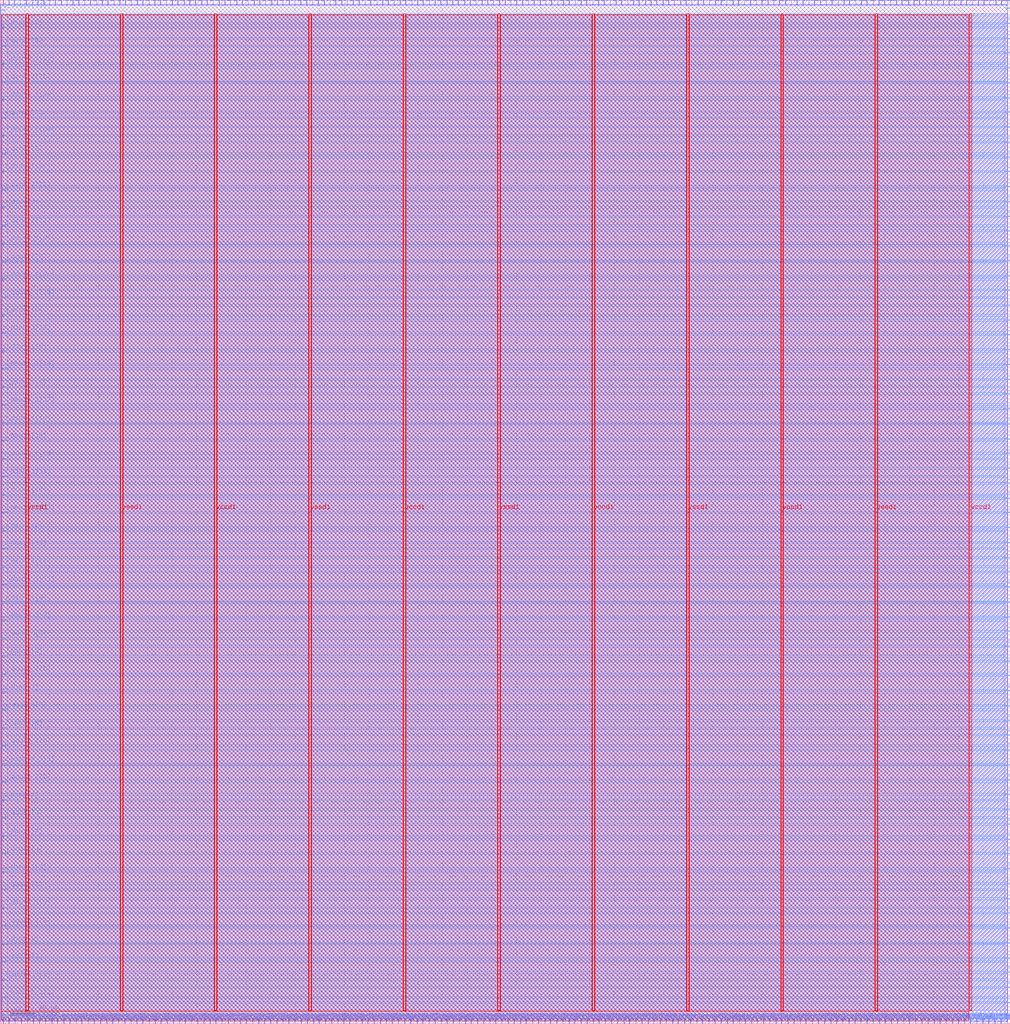
<source format=lef>
VERSION 5.7 ;
  NOWIREEXTENSIONATPIN ON ;
  DIVIDERCHAR "/" ;
  BUSBITCHARS "[]" ;
MACRO user_proj
  CLASS BLOCK ;
  FOREIGN user_proj ;
  ORIGIN 0.000 0.000 ;
  SIZE 821.885 BY 832.605 ;
  PIN i_dout0[0]
    DIRECTION INPUT ;
    USE SIGNAL ;
    PORT
      LAYER met2 ;
        RECT 553.470 828.605 553.750 832.605 ;
    END
  END i_dout0[0]
  PIN i_dout0[10]
    DIRECTION INPUT ;
    USE SIGNAL ;
    PORT
      LAYER met3 ;
        RECT 817.885 378.800 821.885 379.400 ;
    END
  END i_dout0[10]
  PIN i_dout0[11]
    DIRECTION INPUT ;
    USE SIGNAL ;
    PORT
      LAYER met3 ;
        RECT 817.885 415.520 821.885 416.120 ;
    END
  END i_dout0[11]
  PIN i_dout0[12]
    DIRECTION INPUT ;
    USE SIGNAL ;
    PORT
      LAYER met2 ;
        RECT 685.490 0.000 685.770 4.000 ;
    END
  END i_dout0[12]
  PIN i_dout0[13]
    DIRECTION INPUT ;
    USE SIGNAL ;
    PORT
      LAYER met3 ;
        RECT 817.885 451.560 821.885 452.160 ;
    END
  END i_dout0[13]
  PIN i_dout0[14]
    DIRECTION INPUT ;
    USE SIGNAL ;
    PORT
      LAYER met2 ;
        RECT 710.330 828.605 710.610 832.605 ;
    END
  END i_dout0[14]
  PIN i_dout0[15]
    DIRECTION INPUT ;
    USE SIGNAL ;
    PORT
      LAYER met2 ;
        RECT 705.270 0.000 705.550 4.000 ;
    END
  END i_dout0[15]
  PIN i_dout0[16]
    DIRECTION INPUT ;
    USE SIGNAL ;
    PORT
      LAYER met3 ;
        RECT 817.885 499.840 821.885 500.440 ;
    END
  END i_dout0[16]
  PIN i_dout0[17]
    DIRECTION INPUT ;
    USE SIGNAL ;
    PORT
      LAYER met2 ;
        RECT 729.190 828.605 729.470 832.605 ;
    END
  END i_dout0[17]
  PIN i_dout0[18]
    DIRECTION INPUT ;
    USE SIGNAL ;
    PORT
      LAYER met3 ;
        RECT 817.885 548.120 821.885 548.720 ;
    END
  END i_dout0[18]
  PIN i_dout0[19]
    DIRECTION INPUT ;
    USE SIGNAL ;
    PORT
      LAYER met2 ;
        RECT 738.850 828.605 739.130 832.605 ;
    END
  END i_dout0[19]
  PIN i_dout0[1]
    DIRECTION INPUT ;
    USE SIGNAL ;
    PORT
      LAYER met3 ;
        RECT 817.885 65.320 821.885 65.920 ;
    END
  END i_dout0[1]
  PIN i_dout0[20]
    DIRECTION INPUT ;
    USE SIGNAL ;
    PORT
      LAYER met2 ;
        RECT 748.050 828.605 748.330 832.605 ;
    END
  END i_dout0[20]
  PIN i_dout0[21]
    DIRECTION INPUT ;
    USE SIGNAL ;
    PORT
      LAYER met2 ;
        RECT 749.890 0.000 750.170 4.000 ;
    END
  END i_dout0[21]
  PIN i_dout0[22]
    DIRECTION INPUT ;
    USE SIGNAL ;
    PORT
      LAYER met2 ;
        RECT 753.110 828.605 753.390 832.605 ;
    END
  END i_dout0[22]
  PIN i_dout0[23]
    DIRECTION INPUT ;
    USE SIGNAL ;
    PORT
      LAYER met3 ;
        RECT 817.885 632.440 821.885 633.040 ;
    END
  END i_dout0[23]
  PIN i_dout0[24]
    DIRECTION INPUT ;
    USE SIGNAL ;
    PORT
      LAYER met2 ;
        RECT 767.370 828.605 767.650 832.605 ;
    END
  END i_dout0[24]
  PIN i_dout0[25]
    DIRECTION INPUT ;
    USE SIGNAL ;
    PORT
      LAYER met2 ;
        RECT 781.630 828.605 781.910 832.605 ;
    END
  END i_dout0[25]
  PIN i_dout0[26]
    DIRECTION INPUT ;
    USE SIGNAL ;
    PORT
      LAYER met3 ;
        RECT 817.885 680.720 821.885 681.320 ;
    END
  END i_dout0[26]
  PIN i_dout0[27]
    DIRECTION INPUT ;
    USE SIGNAL ;
    PORT
      LAYER met3 ;
        RECT 817.885 741.240 821.885 741.840 ;
    END
  END i_dout0[27]
  PIN i_dout0[28]
    DIRECTION INPUT ;
    USE SIGNAL ;
    PORT
      LAYER met2 ;
        RECT 794.510 0.000 794.790 4.000 ;
    END
  END i_dout0[28]
  PIN i_dout0[29]
    DIRECTION INPUT ;
    USE SIGNAL ;
    PORT
      LAYER met3 ;
        RECT 817.885 789.520 821.885 790.120 ;
    END
  END i_dout0[29]
  PIN i_dout0[2]
    DIRECTION INPUT ;
    USE SIGNAL ;
    PORT
      LAYER met3 ;
        RECT 817.885 101.360 821.885 101.960 ;
    END
  END i_dout0[2]
  PIN i_dout0[30]
    DIRECTION INPUT ;
    USE SIGNAL ;
    PORT
      LAYER met2 ;
        RECT 809.230 0.000 809.510 4.000 ;
    END
  END i_dout0[30]
  PIN i_dout0[31]
    DIRECTION INPUT ;
    USE SIGNAL ;
    PORT
      LAYER met2 ;
        RECT 819.350 828.605 819.630 832.605 ;
    END
  END i_dout0[31]
  PIN i_dout0[3]
    DIRECTION INPUT ;
    USE SIGNAL ;
    PORT
      LAYER met2 ;
        RECT 605.450 828.605 605.730 832.605 ;
    END
  END i_dout0[3]
  PIN i_dout0[4]
    DIRECTION INPUT ;
    USE SIGNAL ;
    PORT
      LAYER met3 ;
        RECT 0.000 138.080 4.000 138.680 ;
    END
  END i_dout0[4]
  PIN i_dout0[5]
    DIRECTION INPUT ;
    USE SIGNAL ;
    PORT
      LAYER met2 ;
        RECT 629.370 828.605 629.650 832.605 ;
    END
  END i_dout0[5]
  PIN i_dout0[6]
    DIRECTION INPUT ;
    USE SIGNAL ;
    PORT
      LAYER met2 ;
        RECT 626.150 0.000 626.430 4.000 ;
    END
  END i_dout0[6]
  PIN i_dout0[7]
    DIRECTION INPUT ;
    USE SIGNAL ;
    PORT
      LAYER met3 ;
        RECT 817.885 282.920 821.885 283.520 ;
    END
  END i_dout0[7]
  PIN i_dout0[8]
    DIRECTION INPUT ;
    USE SIGNAL ;
    PORT
      LAYER met3 ;
        RECT 817.885 318.960 821.885 319.560 ;
    END
  END i_dout0[8]
  PIN i_dout0[9]
    DIRECTION INPUT ;
    USE SIGNAL ;
    PORT
      LAYER met3 ;
        RECT 817.885 330.520 821.885 331.120 ;
    END
  END i_dout0[9]
  PIN i_dout0_1[0]
    DIRECTION INPUT ;
    USE SIGNAL ;
    PORT
      LAYER met2 ;
        RECT 556.690 0.000 556.970 4.000 ;
    END
  END i_dout0_1[0]
  PIN i_dout0_1[10]
    DIRECTION INPUT ;
    USE SIGNAL ;
    PORT
      LAYER met3 ;
        RECT 817.885 367.240 821.885 367.840 ;
    END
  END i_dout0_1[10]
  PIN i_dout0_1[11]
    DIRECTION INPUT ;
    USE SIGNAL ;
    PORT
      LAYER met3 ;
        RECT 817.885 403.280 821.885 403.880 ;
    END
  END i_dout0_1[11]
  PIN i_dout0_1[12]
    DIRECTION INPUT ;
    USE SIGNAL ;
    PORT
      LAYER met3 ;
        RECT 817.885 439.320 821.885 439.920 ;
    END
  END i_dout0_1[12]
  PIN i_dout0_1[13]
    DIRECTION INPUT ;
    USE SIGNAL ;
    PORT
      LAYER met2 ;
        RECT 690.550 0.000 690.830 4.000 ;
    END
  END i_dout0_1[13]
  PIN i_dout0_1[14]
    DIRECTION INPUT ;
    USE SIGNAL ;
    PORT
      LAYER met3 ;
        RECT 817.885 463.800 821.885 464.400 ;
    END
  END i_dout0_1[14]
  PIN i_dout0_1[15]
    DIRECTION INPUT ;
    USE SIGNAL ;
    PORT
      LAYER met2 ;
        RECT 700.210 0.000 700.490 4.000 ;
    END
  END i_dout0_1[15]
  PIN i_dout0_1[16]
    DIRECTION INPUT ;
    USE SIGNAL ;
    PORT
      LAYER met3 ;
        RECT 0.000 459.040 4.000 459.640 ;
    END
  END i_dout0_1[16]
  PIN i_dout0_1[17]
    DIRECTION INPUT ;
    USE SIGNAL ;
    PORT
      LAYER met3 ;
        RECT 0.000 503.240 4.000 503.840 ;
    END
  END i_dout0_1[17]
  PIN i_dout0_1[18]
    DIRECTION INPUT ;
    USE SIGNAL ;
    PORT
      LAYER met2 ;
        RECT 733.790 828.605 734.070 832.605 ;
    END
  END i_dout0_1[18]
  PIN i_dout0_1[19]
    DIRECTION INPUT ;
    USE SIGNAL ;
    PORT
      LAYER met3 ;
        RECT 0.000 590.280 4.000 590.880 ;
    END
  END i_dout0_1[19]
  PIN i_dout0_1[1]
    DIRECTION INPUT ;
    USE SIGNAL ;
    PORT
      LAYER met3 ;
        RECT 817.885 53.080 821.885 53.680 ;
    END
  END i_dout0_1[1]
  PIN i_dout0_1[20]
    DIRECTION INPUT ;
    USE SIGNAL ;
    PORT
      LAYER met3 ;
        RECT 817.885 571.920 821.885 572.520 ;
    END
  END i_dout0_1[20]
  PIN i_dout0_1[21]
    DIRECTION INPUT ;
    USE SIGNAL ;
    PORT
      LAYER met2 ;
        RECT 744.830 0.000 745.110 4.000 ;
    END
  END i_dout0_1[21]
  PIN i_dout0_1[22]
    DIRECTION INPUT ;
    USE SIGNAL ;
    PORT
      LAYER met3 ;
        RECT 817.885 596.400 821.885 597.000 ;
    END
  END i_dout0_1[22]
  PIN i_dout0_1[23]
    DIRECTION INPUT ;
    USE SIGNAL ;
    PORT
      LAYER met2 ;
        RECT 757.710 828.605 757.990 832.605 ;
    END
  END i_dout0_1[23]
  PIN i_dout0_1[24]
    DIRECTION INPUT ;
    USE SIGNAL ;
    PORT
      LAYER met3 ;
        RECT 0.000 722.200 4.000 722.800 ;
    END
  END i_dout0_1[24]
  PIN i_dout0_1[25]
    DIRECTION INPUT ;
    USE SIGNAL ;
    PORT
      LAYER met2 ;
        RECT 771.970 828.605 772.250 832.605 ;
    END
  END i_dout0_1[25]
  PIN i_dout0_1[26]
    DIRECTION INPUT ;
    USE SIGNAL ;
    PORT
      LAYER met2 ;
        RECT 784.390 0.000 784.670 4.000 ;
    END
  END i_dout0_1[26]
  PIN i_dout0_1[27]
    DIRECTION INPUT ;
    USE SIGNAL ;
    PORT
      LAYER met3 ;
        RECT 817.885 729.000 821.885 729.600 ;
    END
  END i_dout0_1[27]
  PIN i_dout0_1[28]
    DIRECTION INPUT ;
    USE SIGNAL ;
    PORT
      LAYER met3 ;
        RECT 817.885 765.040 821.885 765.640 ;
    END
  END i_dout0_1[28]
  PIN i_dout0_1[29]
    DIRECTION INPUT ;
    USE SIGNAL ;
    PORT
      LAYER met3 ;
        RECT 0.000 780.680 4.000 781.280 ;
    END
  END i_dout0_1[29]
  PIN i_dout0_1[2]
    DIRECTION INPUT ;
    USE SIGNAL ;
    PORT
      LAYER met2 ;
        RECT 591.190 828.605 591.470 832.605 ;
    END
  END i_dout0_1[2]
  PIN i_dout0_1[30]
    DIRECTION INPUT ;
    USE SIGNAL ;
    PORT
      LAYER met3 ;
        RECT 817.885 801.080 821.885 801.680 ;
    END
  END i_dout0_1[30]
  PIN i_dout0_1[31]
    DIRECTION INPUT ;
    USE SIGNAL ;
    PORT
      LAYER met2 ;
        RECT 814.750 828.605 815.030 832.605 ;
    END
  END i_dout0_1[31]
  PIN i_dout0_1[3]
    DIRECTION INPUT ;
    USE SIGNAL ;
    PORT
      LAYER met3 ;
        RECT 0.000 79.600 4.000 80.200 ;
    END
  END i_dout0_1[3]
  PIN i_dout0_1[4]
    DIRECTION INPUT ;
    USE SIGNAL ;
    PORT
      LAYER met2 ;
        RECT 611.430 0.000 611.710 4.000 ;
    END
  END i_dout0_1[4]
  PIN i_dout0_1[5]
    DIRECTION INPUT ;
    USE SIGNAL ;
    PORT
      LAYER met3 ;
        RECT 0.000 196.560 4.000 197.160 ;
    END
  END i_dout0_1[5]
  PIN i_dout0_1[6]
    DIRECTION INPUT ;
    USE SIGNAL ;
    PORT
      LAYER met3 ;
        RECT 0.000 225.800 4.000 226.400 ;
    END
  END i_dout0_1[6]
  PIN i_dout0_1[7]
    DIRECTION INPUT ;
    USE SIGNAL ;
    PORT
      LAYER met2 ;
        RECT 635.810 0.000 636.090 4.000 ;
    END
  END i_dout0_1[7]
  PIN i_dout0_1[8]
    DIRECTION INPUT ;
    USE SIGNAL ;
    PORT
      LAYER met3 ;
        RECT 0.000 284.280 4.000 284.880 ;
    END
  END i_dout0_1[8]
  PIN i_dout0_1[9]
    DIRECTION INPUT ;
    USE SIGNAL ;
    PORT
      LAYER met3 ;
        RECT 0.000 327.800 4.000 328.400 ;
    END
  END i_dout0_1[9]
  PIN i_dout1[0]
    DIRECTION INPUT ;
    USE SIGNAL ;
    PORT
      LAYER met2 ;
        RECT 558.070 828.605 558.350 832.605 ;
    END
  END i_dout1[0]
  PIN i_dout1[10]
    DIRECTION INPUT ;
    USE SIGNAL ;
    PORT
      LAYER met3 ;
        RECT 817.885 391.040 821.885 391.640 ;
    END
  END i_dout1[10]
  PIN i_dout1[11]
    DIRECTION INPUT ;
    USE SIGNAL ;
    PORT
      LAYER met2 ;
        RECT 691.010 828.605 691.290 832.605 ;
    END
  END i_dout1[11]
  PIN i_dout1[12]
    DIRECTION INPUT ;
    USE SIGNAL ;
    PORT
      LAYER met3 ;
        RECT 0.000 386.280 4.000 386.880 ;
    END
  END i_dout1[12]
  PIN i_dout1[13]
    DIRECTION INPUT ;
    USE SIGNAL ;
    PORT
      LAYER met3 ;
        RECT 0.000 429.800 4.000 430.400 ;
    END
  END i_dout1[13]
  PIN i_dout1[14]
    DIRECTION INPUT ;
    USE SIGNAL ;
    PORT
      LAYER met3 ;
        RECT 817.885 475.360 821.885 475.960 ;
    END
  END i_dout1[14]
  PIN i_dout1[15]
    DIRECTION INPUT ;
    USE SIGNAL ;
    PORT
      LAYER met2 ;
        RECT 710.330 0.000 710.610 4.000 ;
    END
  END i_dout1[15]
  PIN i_dout1[16]
    DIRECTION INPUT ;
    USE SIGNAL ;
    PORT
      LAYER met3 ;
        RECT 0.000 474.000 4.000 474.600 ;
    END
  END i_dout1[16]
  PIN i_dout1[17]
    DIRECTION INPUT ;
    USE SIGNAL ;
    PORT
      LAYER met3 ;
        RECT 817.885 523.640 821.885 524.240 ;
    END
  END i_dout1[17]
  PIN i_dout1[18]
    DIRECTION INPUT ;
    USE SIGNAL ;
    PORT
      LAYER met3 ;
        RECT 0.000 546.760 4.000 547.360 ;
    END
  END i_dout1[18]
  PIN i_dout1[19]
    DIRECTION INPUT ;
    USE SIGNAL ;
    PORT
      LAYER met2 ;
        RECT 725.050 0.000 725.330 4.000 ;
    END
  END i_dout1[19]
  PIN i_dout1[1]
    DIRECTION INPUT ;
    USE SIGNAL ;
    PORT
      LAYER met3 ;
        RECT 817.885 77.560 821.885 78.160 ;
    END
  END i_dout1[1]
  PIN i_dout1[20]
    DIRECTION INPUT ;
    USE SIGNAL ;
    PORT
      LAYER met3 ;
        RECT 0.000 619.520 4.000 620.120 ;
    END
  END i_dout1[20]
  PIN i_dout1[21]
    DIRECTION INPUT ;
    USE SIGNAL ;
    PORT
      LAYER met3 ;
        RECT 817.885 584.160 821.885 584.760 ;
    END
  END i_dout1[21]
  PIN i_dout1[22]
    DIRECTION INPUT ;
    USE SIGNAL ;
    PORT
      LAYER met3 ;
        RECT 817.885 607.960 821.885 608.560 ;
    END
  END i_dout1[22]
  PIN i_dout1[23]
    DIRECTION INPUT ;
    USE SIGNAL ;
    PORT
      LAYER met2 ;
        RECT 760.010 0.000 760.290 4.000 ;
    END
  END i_dout1[23]
  PIN i_dout1[24]
    DIRECTION INPUT ;
    USE SIGNAL ;
    PORT
      LAYER met3 ;
        RECT 817.885 644.680 821.885 645.280 ;
    END
  END i_dout1[24]
  PIN i_dout1[25]
    DIRECTION INPUT ;
    USE SIGNAL ;
    PORT
      LAYER met2 ;
        RECT 774.730 0.000 775.010 4.000 ;
    END
  END i_dout1[25]
  PIN i_dout1[26]
    DIRECTION INPUT ;
    USE SIGNAL ;
    PORT
      LAYER met3 ;
        RECT 817.885 692.960 821.885 693.560 ;
    END
  END i_dout1[26]
  PIN i_dout1[27]
    DIRECTION INPUT ;
    USE SIGNAL ;
    PORT
      LAYER met3 ;
        RECT 817.885 752.800 821.885 753.400 ;
    END
  END i_dout1[27]
  PIN i_dout1[28]
    DIRECTION INPUT ;
    USE SIGNAL ;
    PORT
      LAYER met2 ;
        RECT 795.890 828.605 796.170 832.605 ;
    END
  END i_dout1[28]
  PIN i_dout1[29]
    DIRECTION INPUT ;
    USE SIGNAL ;
    PORT
      LAYER met2 ;
        RECT 805.090 828.605 805.370 832.605 ;
    END
  END i_dout1[29]
  PIN i_dout1[2]
    DIRECTION INPUT ;
    USE SIGNAL ;
    PORT
      LAYER met3 ;
        RECT 817.885 113.600 821.885 114.200 ;
    END
  END i_dout1[2]
  PIN i_dout1[30]
    DIRECTION INPUT ;
    USE SIGNAL ;
    PORT
      LAYER met2 ;
        RECT 810.150 828.605 810.430 832.605 ;
    END
  END i_dout1[30]
  PIN i_dout1[31]
    DIRECTION INPUT ;
    USE SIGNAL ;
    PORT
      LAYER met3 ;
        RECT 0.000 824.200 4.000 824.800 ;
    END
  END i_dout1[31]
  PIN i_dout1[3]
    DIRECTION INPUT ;
    USE SIGNAL ;
    PORT
      LAYER met3 ;
        RECT 0.000 108.840 4.000 109.440 ;
    END
  END i_dout1[3]
  PIN i_dout1[4]
    DIRECTION INPUT ;
    USE SIGNAL ;
    PORT
      LAYER met3 ;
        RECT 0.000 152.360 4.000 152.960 ;
    END
  END i_dout1[4]
  PIN i_dout1[5]
    DIRECTION INPUT ;
    USE SIGNAL ;
    PORT
      LAYER met3 ;
        RECT 817.885 210.160 821.885 210.760 ;
    END
  END i_dout1[5]
  PIN i_dout1[6]
    DIRECTION INPUT ;
    USE SIGNAL ;
    PORT
      LAYER met2 ;
        RECT 631.210 0.000 631.490 4.000 ;
    END
  END i_dout1[6]
  PIN i_dout1[7]
    DIRECTION INPUT ;
    USE SIGNAL ;
    PORT
      LAYER met3 ;
        RECT 817.885 294.480 821.885 295.080 ;
    END
  END i_dout1[7]
  PIN i_dout1[8]
    DIRECTION INPUT ;
    USE SIGNAL ;
    PORT
      LAYER met3 ;
        RECT 0.000 298.560 4.000 299.160 ;
    END
  END i_dout1[8]
  PIN i_dout1[9]
    DIRECTION INPUT ;
    USE SIGNAL ;
    PORT
      LAYER met3 ;
        RECT 817.885 342.760 821.885 343.360 ;
    END
  END i_dout1[9]
  PIN i_dout1_1[0]
    DIRECTION INPUT ;
    USE SIGNAL ;
    PORT
      LAYER met3 ;
        RECT 817.885 5.480 821.885 6.080 ;
    END
  END i_dout1_1[0]
  PIN i_dout1_1[10]
    DIRECTION INPUT ;
    USE SIGNAL ;
    PORT
      LAYER met2 ;
        RECT 686.410 828.605 686.690 832.605 ;
    END
  END i_dout1_1[10]
  PIN i_dout1_1[11]
    DIRECTION INPUT ;
    USE SIGNAL ;
    PORT
      LAYER met3 ;
        RECT 0.000 357.040 4.000 357.640 ;
    END
  END i_dout1_1[11]
  PIN i_dout1_1[12]
    DIRECTION INPUT ;
    USE SIGNAL ;
    PORT
      LAYER met2 ;
        RECT 680.430 0.000 680.710 4.000 ;
    END
  END i_dout1_1[12]
  PIN i_dout1_1[13]
    DIRECTION INPUT ;
    USE SIGNAL ;
    PORT
      LAYER met3 ;
        RECT 0.000 415.520 4.000 416.120 ;
    END
  END i_dout1_1[13]
  PIN i_dout1_1[14]
    DIRECTION INPUT ;
    USE SIGNAL ;
    PORT
      LAYER met2 ;
        RECT 705.270 828.605 705.550 832.605 ;
    END
  END i_dout1_1[14]
  PIN i_dout1_1[15]
    DIRECTION INPUT ;
    USE SIGNAL ;
    PORT
      LAYER met2 ;
        RECT 719.530 828.605 719.810 832.605 ;
    END
  END i_dout1_1[15]
  PIN i_dout1_1[16]
    DIRECTION INPUT ;
    USE SIGNAL ;
    PORT
      LAYER met2 ;
        RECT 724.590 828.605 724.870 832.605 ;
    END
  END i_dout1_1[16]
  PIN i_dout1_1[17]
    DIRECTION INPUT ;
    USE SIGNAL ;
    PORT
      LAYER met3 ;
        RECT 817.885 512.080 821.885 512.680 ;
    END
  END i_dout1_1[17]
  PIN i_dout1_1[18]
    DIRECTION INPUT ;
    USE SIGNAL ;
    PORT
      LAYER met3 ;
        RECT 0.000 532.480 4.000 533.080 ;
    END
  END i_dout1_1[18]
  PIN i_dout1_1[19]
    DIRECTION INPUT ;
    USE SIGNAL ;
    PORT
      LAYER met3 ;
        RECT 817.885 560.360 821.885 560.960 ;
    END
  END i_dout1_1[19]
  PIN i_dout1_1[1]
    DIRECTION INPUT ;
    USE SIGNAL ;
    PORT
      LAYER met2 ;
        RECT 576.930 828.605 577.210 832.605 ;
    END
  END i_dout1_1[1]
  PIN i_dout1_1[20]
    DIRECTION INPUT ;
    USE SIGNAL ;
    PORT
      LAYER met3 ;
        RECT 0.000 605.240 4.000 605.840 ;
    END
  END i_dout1_1[20]
  PIN i_dout1_1[21]
    DIRECTION INPUT ;
    USE SIGNAL ;
    PORT
      LAYER met3 ;
        RECT 0.000 634.480 4.000 635.080 ;
    END
  END i_dout1_1[21]
  PIN i_dout1_1[22]
    DIRECTION INPUT ;
    USE SIGNAL ;
    PORT
      LAYER met2 ;
        RECT 754.950 0.000 755.230 4.000 ;
    END
  END i_dout1_1[22]
  PIN i_dout1_1[23]
    DIRECTION INPUT ;
    USE SIGNAL ;
    PORT
      LAYER met2 ;
        RECT 762.310 828.605 762.590 832.605 ;
    END
  END i_dout1_1[23]
  PIN i_dout1_1[24]
    DIRECTION INPUT ;
    USE SIGNAL ;
    PORT
      LAYER met2 ;
        RECT 764.610 0.000 764.890 4.000 ;
    END
  END i_dout1_1[24]
  PIN i_dout1_1[25]
    DIRECTION INPUT ;
    USE SIGNAL ;
    PORT
      LAYER met2 ;
        RECT 776.570 828.605 776.850 832.605 ;
    END
  END i_dout1_1[25]
  PIN i_dout1_1[26]
    DIRECTION INPUT ;
    USE SIGNAL ;
    PORT
      LAYER met2 ;
        RECT 789.450 0.000 789.730 4.000 ;
    END
  END i_dout1_1[26]
  PIN i_dout1_1[27]
    DIRECTION INPUT ;
    USE SIGNAL ;
    PORT
      LAYER met2 ;
        RECT 786.230 828.605 786.510 832.605 ;
    END
  END i_dout1_1[27]
  PIN i_dout1_1[28]
    DIRECTION INPUT ;
    USE SIGNAL ;
    PORT
      LAYER met3 ;
        RECT 0.000 751.440 4.000 752.040 ;
    END
  END i_dout1_1[28]
  PIN i_dout1_1[29]
    DIRECTION INPUT ;
    USE SIGNAL ;
    PORT
      LAYER met3 ;
        RECT 817.885 777.280 821.885 777.880 ;
    END
  END i_dout1_1[29]
  PIN i_dout1_1[2]
    DIRECTION INPUT ;
    USE SIGNAL ;
    PORT
      LAYER met2 ;
        RECT 591.650 0.000 591.930 4.000 ;
    END
  END i_dout1_1[2]
  PIN i_dout1_1[30]
    DIRECTION INPUT ;
    USE SIGNAL ;
    PORT
      LAYER met2 ;
        RECT 804.170 0.000 804.450 4.000 ;
    END
  END i_dout1_1[30]
  PIN i_dout1_1[31]
    DIRECTION INPUT ;
    USE SIGNAL ;
    PORT
      LAYER met3 ;
        RECT 817.885 825.560 821.885 826.160 ;
    END
  END i_dout1_1[31]
  PIN i_dout1_1[3]
    DIRECTION INPUT ;
    USE SIGNAL ;
    PORT
      LAYER met3 ;
        RECT 0.000 93.880 4.000 94.480 ;
    END
  END i_dout1_1[3]
  PIN i_dout1_1[4]
    DIRECTION INPUT ;
    USE SIGNAL ;
    PORT
      LAYER met3 ;
        RECT 817.885 174.120 821.885 174.720 ;
    END
  END i_dout1_1[4]
  PIN i_dout1_1[5]
    DIRECTION INPUT ;
    USE SIGNAL ;
    PORT
      LAYER met2 ;
        RECT 621.090 0.000 621.370 4.000 ;
    END
  END i_dout1_1[5]
  PIN i_dout1_1[6]
    DIRECTION INPUT ;
    USE SIGNAL ;
    PORT
      LAYER met2 ;
        RECT 653.290 828.605 653.570 832.605 ;
    END
  END i_dout1_1[6]
  PIN i_dout1_1[7]
    DIRECTION INPUT ;
    USE SIGNAL ;
    PORT
      LAYER met2 ;
        RECT 657.890 828.605 658.170 832.605 ;
    END
  END i_dout1_1[7]
  PIN i_dout1_1[8]
    DIRECTION INPUT ;
    USE SIGNAL ;
    PORT
      LAYER met2 ;
        RECT 672.150 828.605 672.430 832.605 ;
    END
  END i_dout1_1[8]
  PIN i_dout1_1[9]
    DIRECTION INPUT ;
    USE SIGNAL ;
    PORT
      LAYER met2 ;
        RECT 665.710 0.000 665.990 4.000 ;
    END
  END i_dout1_1[9]
  PIN io_in[0]
    DIRECTION INPUT ;
    USE SIGNAL ;
    PORT
      LAYER met2 ;
        RECT 2.390 828.605 2.670 832.605 ;
    END
  END io_in[0]
  PIN io_in[10]
    DIRECTION INPUT ;
    USE SIGNAL ;
    PORT
      LAYER met2 ;
        RECT 144.530 828.605 144.810 832.605 ;
    END
  END io_in[10]
  PIN io_in[11]
    DIRECTION INPUT ;
    USE SIGNAL ;
    PORT
      LAYER met2 ;
        RECT 158.790 828.605 159.070 832.605 ;
    END
  END io_in[11]
  PIN io_in[12]
    DIRECTION INPUT ;
    USE SIGNAL ;
    PORT
      LAYER met2 ;
        RECT 173.050 828.605 173.330 832.605 ;
    END
  END io_in[12]
  PIN io_in[13]
    DIRECTION INPUT ;
    USE SIGNAL ;
    PORT
      LAYER met2 ;
        RECT 187.310 828.605 187.590 832.605 ;
    END
  END io_in[13]
  PIN io_in[14]
    DIRECTION INPUT ;
    USE SIGNAL ;
    PORT
      LAYER met2 ;
        RECT 201.570 828.605 201.850 832.605 ;
    END
  END io_in[14]
  PIN io_in[15]
    DIRECTION INPUT ;
    USE SIGNAL ;
    PORT
      LAYER met2 ;
        RECT 215.830 828.605 216.110 832.605 ;
    END
  END io_in[15]
  PIN io_in[16]
    DIRECTION INPUT ;
    USE SIGNAL ;
    PORT
      LAYER met2 ;
        RECT 230.090 828.605 230.370 832.605 ;
    END
  END io_in[16]
  PIN io_in[17]
    DIRECTION INPUT ;
    USE SIGNAL ;
    PORT
      LAYER met2 ;
        RECT 244.350 828.605 244.630 832.605 ;
    END
  END io_in[17]
  PIN io_in[18]
    DIRECTION INPUT ;
    USE SIGNAL ;
    PORT
      LAYER met2 ;
        RECT 258.610 828.605 258.890 832.605 ;
    END
  END io_in[18]
  PIN io_in[19]
    DIRECTION INPUT ;
    USE SIGNAL ;
    PORT
      LAYER met2 ;
        RECT 272.870 828.605 273.150 832.605 ;
    END
  END io_in[19]
  PIN io_in[1]
    DIRECTION INPUT ;
    USE SIGNAL ;
    PORT
      LAYER met2 ;
        RECT 16.190 828.605 16.470 832.605 ;
    END
  END io_in[1]
  PIN io_in[20]
    DIRECTION INPUT ;
    USE SIGNAL ;
    PORT
      LAYER met2 ;
        RECT 287.130 828.605 287.410 832.605 ;
    END
  END io_in[20]
  PIN io_in[21]
    DIRECTION INPUT ;
    USE SIGNAL ;
    PORT
      LAYER met2 ;
        RECT 301.390 828.605 301.670 832.605 ;
    END
  END io_in[21]
  PIN io_in[22]
    DIRECTION INPUT ;
    USE SIGNAL ;
    PORT
      LAYER met2 ;
        RECT 315.650 828.605 315.930 832.605 ;
    END
  END io_in[22]
  PIN io_in[23]
    DIRECTION INPUT ;
    USE SIGNAL ;
    PORT
      LAYER met2 ;
        RECT 329.910 828.605 330.190 832.605 ;
    END
  END io_in[23]
  PIN io_in[24]
    DIRECTION INPUT ;
    USE SIGNAL ;
    PORT
      LAYER met2 ;
        RECT 344.170 828.605 344.450 832.605 ;
    END
  END io_in[24]
  PIN io_in[25]
    DIRECTION INPUT ;
    USE SIGNAL ;
    PORT
      LAYER met2 ;
        RECT 358.430 828.605 358.710 832.605 ;
    END
  END io_in[25]
  PIN io_in[26]
    DIRECTION INPUT ;
    USE SIGNAL ;
    PORT
      LAYER met2 ;
        RECT 372.690 828.605 372.970 832.605 ;
    END
  END io_in[26]
  PIN io_in[27]
    DIRECTION INPUT ;
    USE SIGNAL ;
    PORT
      LAYER met2 ;
        RECT 386.950 828.605 387.230 832.605 ;
    END
  END io_in[27]
  PIN io_in[28]
    DIRECTION INPUT ;
    USE SIGNAL ;
    PORT
      LAYER met2 ;
        RECT 401.210 828.605 401.490 832.605 ;
    END
  END io_in[28]
  PIN io_in[29]
    DIRECTION INPUT ;
    USE SIGNAL ;
    PORT
      LAYER met2 ;
        RECT 415.470 828.605 415.750 832.605 ;
    END
  END io_in[29]
  PIN io_in[2]
    DIRECTION INPUT ;
    USE SIGNAL ;
    PORT
      LAYER met2 ;
        RECT 30.450 828.605 30.730 832.605 ;
    END
  END io_in[2]
  PIN io_in[30]
    DIRECTION INPUT ;
    USE SIGNAL ;
    PORT
      LAYER met2 ;
        RECT 429.730 828.605 430.010 832.605 ;
    END
  END io_in[30]
  PIN io_in[31]
    DIRECTION INPUT ;
    USE SIGNAL ;
    PORT
      LAYER met2 ;
        RECT 443.990 828.605 444.270 832.605 ;
    END
  END io_in[31]
  PIN io_in[32]
    DIRECTION INPUT ;
    USE SIGNAL ;
    PORT
      LAYER met2 ;
        RECT 458.250 828.605 458.530 832.605 ;
    END
  END io_in[32]
  PIN io_in[33]
    DIRECTION INPUT ;
    USE SIGNAL ;
    PORT
      LAYER met2 ;
        RECT 472.510 828.605 472.790 832.605 ;
    END
  END io_in[33]
  PIN io_in[34]
    DIRECTION INPUT ;
    USE SIGNAL ;
    PORT
      LAYER met2 ;
        RECT 486.770 828.605 487.050 832.605 ;
    END
  END io_in[34]
  PIN io_in[35]
    DIRECTION INPUT ;
    USE SIGNAL ;
    PORT
      LAYER met2 ;
        RECT 501.030 828.605 501.310 832.605 ;
    END
  END io_in[35]
  PIN io_in[36]
    DIRECTION INPUT ;
    USE SIGNAL ;
    PORT
      LAYER met2 ;
        RECT 515.290 828.605 515.570 832.605 ;
    END
  END io_in[36]
  PIN io_in[37]
    DIRECTION INPUT ;
    USE SIGNAL ;
    PORT
      LAYER met2 ;
        RECT 529.550 828.605 529.830 832.605 ;
    END
  END io_in[37]
  PIN io_in[3]
    DIRECTION INPUT ;
    USE SIGNAL ;
    PORT
      LAYER met2 ;
        RECT 44.710 828.605 44.990 832.605 ;
    END
  END io_in[3]
  PIN io_in[4]
    DIRECTION INPUT ;
    USE SIGNAL ;
    PORT
      LAYER met2 ;
        RECT 58.970 828.605 59.250 832.605 ;
    END
  END io_in[4]
  PIN io_in[5]
    DIRECTION INPUT ;
    USE SIGNAL ;
    PORT
      LAYER met2 ;
        RECT 73.230 828.605 73.510 832.605 ;
    END
  END io_in[5]
  PIN io_in[6]
    DIRECTION INPUT ;
    USE SIGNAL ;
    PORT
      LAYER met2 ;
        RECT 87.490 828.605 87.770 832.605 ;
    END
  END io_in[6]
  PIN io_in[7]
    DIRECTION INPUT ;
    USE SIGNAL ;
    PORT
      LAYER met2 ;
        RECT 101.750 828.605 102.030 832.605 ;
    END
  END io_in[7]
  PIN io_in[8]
    DIRECTION INPUT ;
    USE SIGNAL ;
    PORT
      LAYER met2 ;
        RECT 116.010 828.605 116.290 832.605 ;
    END
  END io_in[8]
  PIN io_in[9]
    DIRECTION INPUT ;
    USE SIGNAL ;
    PORT
      LAYER met2 ;
        RECT 130.270 828.605 130.550 832.605 ;
    END
  END io_in[9]
  PIN io_oeb[0]
    DIRECTION OUTPUT TRISTATE ;
    USE SIGNAL ;
    PORT
      LAYER met2 ;
        RECT 6.990 828.605 7.270 832.605 ;
    END
  END io_oeb[0]
  PIN io_oeb[10]
    DIRECTION OUTPUT TRISTATE ;
    USE SIGNAL ;
    PORT
      LAYER met2 ;
        RECT 149.590 828.605 149.870 832.605 ;
    END
  END io_oeb[10]
  PIN io_oeb[11]
    DIRECTION OUTPUT TRISTATE ;
    USE SIGNAL ;
    PORT
      LAYER met2 ;
        RECT 163.850 828.605 164.130 832.605 ;
    END
  END io_oeb[11]
  PIN io_oeb[12]
    DIRECTION OUTPUT TRISTATE ;
    USE SIGNAL ;
    PORT
      LAYER met2 ;
        RECT 178.110 828.605 178.390 832.605 ;
    END
  END io_oeb[12]
  PIN io_oeb[13]
    DIRECTION OUTPUT TRISTATE ;
    USE SIGNAL ;
    PORT
      LAYER met2 ;
        RECT 192.370 828.605 192.650 832.605 ;
    END
  END io_oeb[13]
  PIN io_oeb[14]
    DIRECTION OUTPUT TRISTATE ;
    USE SIGNAL ;
    PORT
      LAYER met2 ;
        RECT 206.630 828.605 206.910 832.605 ;
    END
  END io_oeb[14]
  PIN io_oeb[15]
    DIRECTION OUTPUT TRISTATE ;
    USE SIGNAL ;
    PORT
      LAYER met2 ;
        RECT 220.890 828.605 221.170 832.605 ;
    END
  END io_oeb[15]
  PIN io_oeb[16]
    DIRECTION OUTPUT TRISTATE ;
    USE SIGNAL ;
    PORT
      LAYER met2 ;
        RECT 235.150 828.605 235.430 832.605 ;
    END
  END io_oeb[16]
  PIN io_oeb[17]
    DIRECTION OUTPUT TRISTATE ;
    USE SIGNAL ;
    PORT
      LAYER met2 ;
        RECT 249.410 828.605 249.690 832.605 ;
    END
  END io_oeb[17]
  PIN io_oeb[18]
    DIRECTION OUTPUT TRISTATE ;
    USE SIGNAL ;
    PORT
      LAYER met2 ;
        RECT 263.670 828.605 263.950 832.605 ;
    END
  END io_oeb[18]
  PIN io_oeb[19]
    DIRECTION OUTPUT TRISTATE ;
    USE SIGNAL ;
    PORT
      LAYER met2 ;
        RECT 277.930 828.605 278.210 832.605 ;
    END
  END io_oeb[19]
  PIN io_oeb[1]
    DIRECTION OUTPUT TRISTATE ;
    USE SIGNAL ;
    PORT
      LAYER met2 ;
        RECT 21.250 828.605 21.530 832.605 ;
    END
  END io_oeb[1]
  PIN io_oeb[20]
    DIRECTION OUTPUT TRISTATE ;
    USE SIGNAL ;
    PORT
      LAYER met2 ;
        RECT 292.190 828.605 292.470 832.605 ;
    END
  END io_oeb[20]
  PIN io_oeb[21]
    DIRECTION OUTPUT TRISTATE ;
    USE SIGNAL ;
    PORT
      LAYER met2 ;
        RECT 306.450 828.605 306.730 832.605 ;
    END
  END io_oeb[21]
  PIN io_oeb[22]
    DIRECTION OUTPUT TRISTATE ;
    USE SIGNAL ;
    PORT
      LAYER met2 ;
        RECT 320.710 828.605 320.990 832.605 ;
    END
  END io_oeb[22]
  PIN io_oeb[23]
    DIRECTION OUTPUT TRISTATE ;
    USE SIGNAL ;
    PORT
      LAYER met2 ;
        RECT 334.970 828.605 335.250 832.605 ;
    END
  END io_oeb[23]
  PIN io_oeb[24]
    DIRECTION OUTPUT TRISTATE ;
    USE SIGNAL ;
    PORT
      LAYER met2 ;
        RECT 349.230 828.605 349.510 832.605 ;
    END
  END io_oeb[24]
  PIN io_oeb[25]
    DIRECTION OUTPUT TRISTATE ;
    USE SIGNAL ;
    PORT
      LAYER met2 ;
        RECT 363.490 828.605 363.770 832.605 ;
    END
  END io_oeb[25]
  PIN io_oeb[26]
    DIRECTION OUTPUT TRISTATE ;
    USE SIGNAL ;
    PORT
      LAYER met2 ;
        RECT 377.750 828.605 378.030 832.605 ;
    END
  END io_oeb[26]
  PIN io_oeb[27]
    DIRECTION OUTPUT TRISTATE ;
    USE SIGNAL ;
    PORT
      LAYER met2 ;
        RECT 392.010 828.605 392.290 832.605 ;
    END
  END io_oeb[27]
  PIN io_oeb[28]
    DIRECTION OUTPUT TRISTATE ;
    USE SIGNAL ;
    PORT
      LAYER met2 ;
        RECT 406.270 828.605 406.550 832.605 ;
    END
  END io_oeb[28]
  PIN io_oeb[29]
    DIRECTION OUTPUT TRISTATE ;
    USE SIGNAL ;
    PORT
      LAYER met2 ;
        RECT 420.070 828.605 420.350 832.605 ;
    END
  END io_oeb[29]
  PIN io_oeb[2]
    DIRECTION OUTPUT TRISTATE ;
    USE SIGNAL ;
    PORT
      LAYER met2 ;
        RECT 35.510 828.605 35.790 832.605 ;
    END
  END io_oeb[2]
  PIN io_oeb[30]
    DIRECTION OUTPUT TRISTATE ;
    USE SIGNAL ;
    PORT
      LAYER met2 ;
        RECT 434.330 828.605 434.610 832.605 ;
    END
  END io_oeb[30]
  PIN io_oeb[31]
    DIRECTION OUTPUT TRISTATE ;
    USE SIGNAL ;
    PORT
      LAYER met2 ;
        RECT 448.590 828.605 448.870 832.605 ;
    END
  END io_oeb[31]
  PIN io_oeb[32]
    DIRECTION OUTPUT TRISTATE ;
    USE SIGNAL ;
    PORT
      LAYER met2 ;
        RECT 462.850 828.605 463.130 832.605 ;
    END
  END io_oeb[32]
  PIN io_oeb[33]
    DIRECTION OUTPUT TRISTATE ;
    USE SIGNAL ;
    PORT
      LAYER met2 ;
        RECT 477.110 828.605 477.390 832.605 ;
    END
  END io_oeb[33]
  PIN io_oeb[34]
    DIRECTION OUTPUT TRISTATE ;
    USE SIGNAL ;
    PORT
      LAYER met2 ;
        RECT 491.370 828.605 491.650 832.605 ;
    END
  END io_oeb[34]
  PIN io_oeb[35]
    DIRECTION OUTPUT TRISTATE ;
    USE SIGNAL ;
    PORT
      LAYER met2 ;
        RECT 505.630 828.605 505.910 832.605 ;
    END
  END io_oeb[35]
  PIN io_oeb[36]
    DIRECTION OUTPUT TRISTATE ;
    USE SIGNAL ;
    PORT
      LAYER met2 ;
        RECT 519.890 828.605 520.170 832.605 ;
    END
  END io_oeb[36]
  PIN io_oeb[37]
    DIRECTION OUTPUT TRISTATE ;
    USE SIGNAL ;
    PORT
      LAYER met2 ;
        RECT 534.150 828.605 534.430 832.605 ;
    END
  END io_oeb[37]
  PIN io_oeb[3]
    DIRECTION OUTPUT TRISTATE ;
    USE SIGNAL ;
    PORT
      LAYER met2 ;
        RECT 49.770 828.605 50.050 832.605 ;
    END
  END io_oeb[3]
  PIN io_oeb[4]
    DIRECTION OUTPUT TRISTATE ;
    USE SIGNAL ;
    PORT
      LAYER met2 ;
        RECT 64.030 828.605 64.310 832.605 ;
    END
  END io_oeb[4]
  PIN io_oeb[5]
    DIRECTION OUTPUT TRISTATE ;
    USE SIGNAL ;
    PORT
      LAYER met2 ;
        RECT 78.290 828.605 78.570 832.605 ;
    END
  END io_oeb[5]
  PIN io_oeb[6]
    DIRECTION OUTPUT TRISTATE ;
    USE SIGNAL ;
    PORT
      LAYER met2 ;
        RECT 92.550 828.605 92.830 832.605 ;
    END
  END io_oeb[6]
  PIN io_oeb[7]
    DIRECTION OUTPUT TRISTATE ;
    USE SIGNAL ;
    PORT
      LAYER met2 ;
        RECT 106.810 828.605 107.090 832.605 ;
    END
  END io_oeb[7]
  PIN io_oeb[8]
    DIRECTION OUTPUT TRISTATE ;
    USE SIGNAL ;
    PORT
      LAYER met2 ;
        RECT 121.070 828.605 121.350 832.605 ;
    END
  END io_oeb[8]
  PIN io_oeb[9]
    DIRECTION OUTPUT TRISTATE ;
    USE SIGNAL ;
    PORT
      LAYER met2 ;
        RECT 135.330 828.605 135.610 832.605 ;
    END
  END io_oeb[9]
  PIN io_out[0]
    DIRECTION OUTPUT TRISTATE ;
    USE SIGNAL ;
    PORT
      LAYER met2 ;
        RECT 11.590 828.605 11.870 832.605 ;
    END
  END io_out[0]
  PIN io_out[10]
    DIRECTION OUTPUT TRISTATE ;
    USE SIGNAL ;
    PORT
      LAYER met2 ;
        RECT 154.190 828.605 154.470 832.605 ;
    END
  END io_out[10]
  PIN io_out[11]
    DIRECTION OUTPUT TRISTATE ;
    USE SIGNAL ;
    PORT
      LAYER met2 ;
        RECT 168.450 828.605 168.730 832.605 ;
    END
  END io_out[11]
  PIN io_out[12]
    DIRECTION OUTPUT TRISTATE ;
    USE SIGNAL ;
    PORT
      LAYER met2 ;
        RECT 182.710 828.605 182.990 832.605 ;
    END
  END io_out[12]
  PIN io_out[13]
    DIRECTION OUTPUT TRISTATE ;
    USE SIGNAL ;
    PORT
      LAYER met2 ;
        RECT 196.970 828.605 197.250 832.605 ;
    END
  END io_out[13]
  PIN io_out[14]
    DIRECTION OUTPUT TRISTATE ;
    USE SIGNAL ;
    PORT
      LAYER met2 ;
        RECT 211.230 828.605 211.510 832.605 ;
    END
  END io_out[14]
  PIN io_out[15]
    DIRECTION OUTPUT TRISTATE ;
    USE SIGNAL ;
    PORT
      LAYER met2 ;
        RECT 225.490 828.605 225.770 832.605 ;
    END
  END io_out[15]
  PIN io_out[16]
    DIRECTION OUTPUT TRISTATE ;
    USE SIGNAL ;
    PORT
      LAYER met2 ;
        RECT 239.750 828.605 240.030 832.605 ;
    END
  END io_out[16]
  PIN io_out[17]
    DIRECTION OUTPUT TRISTATE ;
    USE SIGNAL ;
    PORT
      LAYER met2 ;
        RECT 254.010 828.605 254.290 832.605 ;
    END
  END io_out[17]
  PIN io_out[18]
    DIRECTION OUTPUT TRISTATE ;
    USE SIGNAL ;
    PORT
      LAYER met2 ;
        RECT 268.270 828.605 268.550 832.605 ;
    END
  END io_out[18]
  PIN io_out[19]
    DIRECTION OUTPUT TRISTATE ;
    USE SIGNAL ;
    PORT
      LAYER met2 ;
        RECT 282.530 828.605 282.810 832.605 ;
    END
  END io_out[19]
  PIN io_out[1]
    DIRECTION OUTPUT TRISTATE ;
    USE SIGNAL ;
    PORT
      LAYER met2 ;
        RECT 25.850 828.605 26.130 832.605 ;
    END
  END io_out[1]
  PIN io_out[20]
    DIRECTION OUTPUT TRISTATE ;
    USE SIGNAL ;
    PORT
      LAYER met2 ;
        RECT 296.790 828.605 297.070 832.605 ;
    END
  END io_out[20]
  PIN io_out[21]
    DIRECTION OUTPUT TRISTATE ;
    USE SIGNAL ;
    PORT
      LAYER met2 ;
        RECT 311.050 828.605 311.330 832.605 ;
    END
  END io_out[21]
  PIN io_out[22]
    DIRECTION OUTPUT TRISTATE ;
    USE SIGNAL ;
    PORT
      LAYER met2 ;
        RECT 325.310 828.605 325.590 832.605 ;
    END
  END io_out[22]
  PIN io_out[23]
    DIRECTION OUTPUT TRISTATE ;
    USE SIGNAL ;
    PORT
      LAYER met2 ;
        RECT 339.570 828.605 339.850 832.605 ;
    END
  END io_out[23]
  PIN io_out[24]
    DIRECTION OUTPUT TRISTATE ;
    USE SIGNAL ;
    PORT
      LAYER met2 ;
        RECT 353.830 828.605 354.110 832.605 ;
    END
  END io_out[24]
  PIN io_out[25]
    DIRECTION OUTPUT TRISTATE ;
    USE SIGNAL ;
    PORT
      LAYER met2 ;
        RECT 368.090 828.605 368.370 832.605 ;
    END
  END io_out[25]
  PIN io_out[26]
    DIRECTION OUTPUT TRISTATE ;
    USE SIGNAL ;
    PORT
      LAYER met2 ;
        RECT 382.350 828.605 382.630 832.605 ;
    END
  END io_out[26]
  PIN io_out[27]
    DIRECTION OUTPUT TRISTATE ;
    USE SIGNAL ;
    PORT
      LAYER met2 ;
        RECT 396.610 828.605 396.890 832.605 ;
    END
  END io_out[27]
  PIN io_out[28]
    DIRECTION OUTPUT TRISTATE ;
    USE SIGNAL ;
    PORT
      LAYER met2 ;
        RECT 410.870 828.605 411.150 832.605 ;
    END
  END io_out[28]
  PIN io_out[29]
    DIRECTION OUTPUT TRISTATE ;
    USE SIGNAL ;
    PORT
      LAYER met2 ;
        RECT 425.130 828.605 425.410 832.605 ;
    END
  END io_out[29]
  PIN io_out[2]
    DIRECTION OUTPUT TRISTATE ;
    USE SIGNAL ;
    PORT
      LAYER met2 ;
        RECT 40.110 828.605 40.390 832.605 ;
    END
  END io_out[2]
  PIN io_out[30]
    DIRECTION OUTPUT TRISTATE ;
    USE SIGNAL ;
    PORT
      LAYER met2 ;
        RECT 439.390 828.605 439.670 832.605 ;
    END
  END io_out[30]
  PIN io_out[31]
    DIRECTION OUTPUT TRISTATE ;
    USE SIGNAL ;
    PORT
      LAYER met2 ;
        RECT 453.650 828.605 453.930 832.605 ;
    END
  END io_out[31]
  PIN io_out[32]
    DIRECTION OUTPUT TRISTATE ;
    USE SIGNAL ;
    PORT
      LAYER met2 ;
        RECT 467.910 828.605 468.190 832.605 ;
    END
  END io_out[32]
  PIN io_out[33]
    DIRECTION OUTPUT TRISTATE ;
    USE SIGNAL ;
    PORT
      LAYER met2 ;
        RECT 482.170 828.605 482.450 832.605 ;
    END
  END io_out[33]
  PIN io_out[34]
    DIRECTION OUTPUT TRISTATE ;
    USE SIGNAL ;
    PORT
      LAYER met2 ;
        RECT 496.430 828.605 496.710 832.605 ;
    END
  END io_out[34]
  PIN io_out[35]
    DIRECTION OUTPUT TRISTATE ;
    USE SIGNAL ;
    PORT
      LAYER met2 ;
        RECT 510.690 828.605 510.970 832.605 ;
    END
  END io_out[35]
  PIN io_out[36]
    DIRECTION OUTPUT TRISTATE ;
    USE SIGNAL ;
    PORT
      LAYER met2 ;
        RECT 524.950 828.605 525.230 832.605 ;
    END
  END io_out[36]
  PIN io_out[37]
    DIRECTION OUTPUT TRISTATE ;
    USE SIGNAL ;
    PORT
      LAYER met2 ;
        RECT 539.210 828.605 539.490 832.605 ;
    END
  END io_out[37]
  PIN io_out[3]
    DIRECTION OUTPUT TRISTATE ;
    USE SIGNAL ;
    PORT
      LAYER met2 ;
        RECT 54.370 828.605 54.650 832.605 ;
    END
  END io_out[3]
  PIN io_out[4]
    DIRECTION OUTPUT TRISTATE ;
    USE SIGNAL ;
    PORT
      LAYER met2 ;
        RECT 68.630 828.605 68.910 832.605 ;
    END
  END io_out[4]
  PIN io_out[5]
    DIRECTION OUTPUT TRISTATE ;
    USE SIGNAL ;
    PORT
      LAYER met2 ;
        RECT 82.890 828.605 83.170 832.605 ;
    END
  END io_out[5]
  PIN io_out[6]
    DIRECTION OUTPUT TRISTATE ;
    USE SIGNAL ;
    PORT
      LAYER met2 ;
        RECT 97.150 828.605 97.430 832.605 ;
    END
  END io_out[6]
  PIN io_out[7]
    DIRECTION OUTPUT TRISTATE ;
    USE SIGNAL ;
    PORT
      LAYER met2 ;
        RECT 111.410 828.605 111.690 832.605 ;
    END
  END io_out[7]
  PIN io_out[8]
    DIRECTION OUTPUT TRISTATE ;
    USE SIGNAL ;
    PORT
      LAYER met2 ;
        RECT 125.670 828.605 125.950 832.605 ;
    END
  END io_out[8]
  PIN io_out[9]
    DIRECTION OUTPUT TRISTATE ;
    USE SIGNAL ;
    PORT
      LAYER met2 ;
        RECT 139.930 828.605 140.210 832.605 ;
    END
  END io_out[9]
  PIN irq[0]
    DIRECTION OUTPUT TRISTATE ;
    USE SIGNAL ;
    PORT
      LAYER met2 ;
        RECT 527.250 0.000 527.530 4.000 ;
    END
  END irq[0]
  PIN irq[1]
    DIRECTION OUTPUT TRISTATE ;
    USE SIGNAL ;
    PORT
      LAYER met2 ;
        RECT 531.850 0.000 532.130 4.000 ;
    END
  END irq[1]
  PIN irq[2]
    DIRECTION OUTPUT TRISTATE ;
    USE SIGNAL ;
    PORT
      LAYER met2 ;
        RECT 536.910 0.000 537.190 4.000 ;
    END
  END irq[2]
  PIN o_addr1[0]
    DIRECTION OUTPUT TRISTATE ;
    USE SIGNAL ;
    PORT
      LAYER met2 ;
        RECT 562.670 828.605 562.950 832.605 ;
    END
  END o_addr1[0]
  PIN o_addr1[1]
    DIRECTION OUTPUT TRISTATE ;
    USE SIGNAL ;
    PORT
      LAYER met3 ;
        RECT 817.885 89.800 821.885 90.400 ;
    END
  END o_addr1[1]
  PIN o_addr1[2]
    DIRECTION OUTPUT TRISTATE ;
    USE SIGNAL ;
    PORT
      LAYER met3 ;
        RECT 0.000 50.360 4.000 50.960 ;
    END
  END o_addr1[2]
  PIN o_addr1[3]
    DIRECTION OUTPUT TRISTATE ;
    USE SIGNAL ;
    PORT
      LAYER met2 ;
        RECT 615.110 828.605 615.390 832.605 ;
    END
  END o_addr1[3]
  PIN o_addr1[4]
    DIRECTION OUTPUT TRISTATE ;
    USE SIGNAL ;
    PORT
      LAYER met3 ;
        RECT 0.000 167.320 4.000 167.920 ;
    END
  END o_addr1[4]
  PIN o_addr1[5]
    DIRECTION OUTPUT TRISTATE ;
    USE SIGNAL ;
    PORT
      LAYER met2 ;
        RECT 639.030 828.605 639.310 832.605 ;
    END
  END o_addr1[5]
  PIN o_addr1[6]
    DIRECTION OUTPUT TRISTATE ;
    USE SIGNAL ;
    PORT
      LAYER met3 ;
        RECT 0.000 240.080 4.000 240.680 ;
    END
  END o_addr1[6]
  PIN o_addr1[7]
    DIRECTION OUTPUT TRISTATE ;
    USE SIGNAL ;
    PORT
      LAYER met2 ;
        RECT 662.490 828.605 662.770 832.605 ;
    END
  END o_addr1[7]
  PIN o_addr1[8]
    DIRECTION OUTPUT TRISTATE ;
    USE SIGNAL ;
    PORT
      LAYER met2 ;
        RECT 655.590 0.000 655.870 4.000 ;
    END
  END o_addr1[8]
  PIN o_addr1_1[0]
    DIRECTION OUTPUT TRISTATE ;
    USE SIGNAL ;
    PORT
      LAYER met3 ;
        RECT 817.885 17.040 821.885 17.640 ;
    END
  END o_addr1_1[0]
  PIN o_addr1_1[1]
    DIRECTION OUTPUT TRISTATE ;
    USE SIGNAL ;
    PORT
      LAYER met2 ;
        RECT 581.990 828.605 582.270 832.605 ;
    END
  END o_addr1_1[1]
  PIN o_addr1_1[2]
    DIRECTION OUTPUT TRISTATE ;
    USE SIGNAL ;
    PORT
      LAYER met3 ;
        RECT 0.000 35.400 4.000 36.000 ;
    END
  END o_addr1_1[2]
  PIN o_addr1_1[3]
    DIRECTION OUTPUT TRISTATE ;
    USE SIGNAL ;
    PORT
      LAYER met2 ;
        RECT 610.510 828.605 610.790 832.605 ;
    END
  END o_addr1_1[3]
  PIN o_addr1_1[4]
    DIRECTION OUTPUT TRISTATE ;
    USE SIGNAL ;
    PORT
      LAYER met2 ;
        RECT 624.770 828.605 625.050 832.605 ;
    END
  END o_addr1_1[4]
  PIN o_addr1_1[5]
    DIRECTION OUTPUT TRISTATE ;
    USE SIGNAL ;
    PORT
      LAYER met2 ;
        RECT 633.970 828.605 634.250 832.605 ;
    END
  END o_addr1_1[5]
  PIN o_addr1_1[6]
    DIRECTION OUTPUT TRISTATE ;
    USE SIGNAL ;
    PORT
      LAYER met3 ;
        RECT 817.885 234.640 821.885 235.240 ;
    END
  END o_addr1_1[6]
  PIN o_addr1_1[7]
    DIRECTION OUTPUT TRISTATE ;
    USE SIGNAL ;
    PORT
      LAYER met2 ;
        RECT 640.870 0.000 641.150 4.000 ;
    END
  END o_addr1_1[7]
  PIN o_addr1_1[8]
    DIRECTION OUTPUT TRISTATE ;
    USE SIGNAL ;
    PORT
      LAYER met2 ;
        RECT 650.990 0.000 651.270 4.000 ;
    END
  END o_addr1_1[8]
  PIN o_csb0
    DIRECTION OUTPUT TRISTATE ;
    USE SIGNAL ;
    PORT
      LAYER met2 ;
        RECT 541.970 0.000 542.250 4.000 ;
    END
  END o_csb0
  PIN o_csb0_1
    DIRECTION OUTPUT TRISTATE ;
    USE SIGNAL ;
    PORT
      LAYER met2 ;
        RECT 543.810 828.605 544.090 832.605 ;
    END
  END o_csb0_1
  PIN o_csb1
    DIRECTION OUTPUT TRISTATE ;
    USE SIGNAL ;
    PORT
      LAYER met2 ;
        RECT 548.410 828.605 548.690 832.605 ;
    END
  END o_csb1
  PIN o_csb1_1
    DIRECTION OUTPUT TRISTATE ;
    USE SIGNAL ;
    PORT
      LAYER met2 ;
        RECT 547.030 0.000 547.310 4.000 ;
    END
  END o_csb1_1
  PIN o_din0[0]
    DIRECTION OUTPUT TRISTATE ;
    USE SIGNAL ;
    PORT
      LAYER met3 ;
        RECT 817.885 29.280 821.885 29.880 ;
    END
  END o_din0[0]
  PIN o_din0[10]
    DIRECTION OUTPUT TRISTATE ;
    USE SIGNAL ;
    PORT
      LAYER met2 ;
        RECT 675.830 0.000 676.110 4.000 ;
    END
  END o_din0[10]
  PIN o_din0[11]
    DIRECTION OUTPUT TRISTATE ;
    USE SIGNAL ;
    PORT
      LAYER met3 ;
        RECT 817.885 427.080 821.885 427.680 ;
    END
  END o_din0[11]
  PIN o_din0[12]
    DIRECTION OUTPUT TRISTATE ;
    USE SIGNAL ;
    PORT
      LAYER met3 ;
        RECT 0.000 400.560 4.000 401.160 ;
    END
  END o_din0[12]
  PIN o_din0[13]
    DIRECTION OUTPUT TRISTATE ;
    USE SIGNAL ;
    PORT
      LAYER met2 ;
        RECT 695.610 0.000 695.890 4.000 ;
    END
  END o_din0[13]
  PIN o_din0[14]
    DIRECTION OUTPUT TRISTATE ;
    USE SIGNAL ;
    PORT
      LAYER met2 ;
        RECT 714.930 828.605 715.210 832.605 ;
    END
  END o_din0[14]
  PIN o_din0[15]
    DIRECTION OUTPUT TRISTATE ;
    USE SIGNAL ;
    PORT
      LAYER met3 ;
        RECT 817.885 487.600 821.885 488.200 ;
    END
  END o_din0[15]
  PIN o_din0[16]
    DIRECTION OUTPUT TRISTATE ;
    USE SIGNAL ;
    PORT
      LAYER met2 ;
        RECT 719.990 0.000 720.270 4.000 ;
    END
  END o_din0[16]
  PIN o_din0[17]
    DIRECTION OUTPUT TRISTATE ;
    USE SIGNAL ;
    PORT
      LAYER met3 ;
        RECT 817.885 535.880 821.885 536.480 ;
    END
  END o_din0[17]
  PIN o_din0[18]
    DIRECTION OUTPUT TRISTATE ;
    USE SIGNAL ;
    PORT
      LAYER met3 ;
        RECT 0.000 576.000 4.000 576.600 ;
    END
  END o_din0[18]
  PIN o_din0[19]
    DIRECTION OUTPUT TRISTATE ;
    USE SIGNAL ;
    PORT
      LAYER met2 ;
        RECT 743.450 828.605 743.730 832.605 ;
    END
  END o_din0[19]
  PIN o_din0[1]
    DIRECTION OUTPUT TRISTATE ;
    USE SIGNAL ;
    PORT
      LAYER met2 ;
        RECT 576.470 0.000 576.750 4.000 ;
    END
  END o_din0[1]
  PIN o_din0[20]
    DIRECTION OUTPUT TRISTATE ;
    USE SIGNAL ;
    PORT
      LAYER met2 ;
        RECT 739.770 0.000 740.050 4.000 ;
    END
  END o_din0[20]
  PIN o_din0[21]
    DIRECTION OUTPUT TRISTATE ;
    USE SIGNAL ;
    PORT
      LAYER met3 ;
        RECT 0.000 663.720 4.000 664.320 ;
    END
  END o_din0[21]
  PIN o_din0[22]
    DIRECTION OUTPUT TRISTATE ;
    USE SIGNAL ;
    PORT
      LAYER met3 ;
        RECT 817.885 620.200 821.885 620.800 ;
    END
  END o_din0[22]
  PIN o_din0[23]
    DIRECTION OUTPUT TRISTATE ;
    USE SIGNAL ;
    PORT
      LAYER met3 ;
        RECT 0.000 707.240 4.000 707.840 ;
    END
  END o_din0[23]
  PIN o_din0[24]
    DIRECTION OUTPUT TRISTATE ;
    USE SIGNAL ;
    PORT
      LAYER met3 ;
        RECT 817.885 656.240 821.885 656.840 ;
    END
  END o_din0[24]
  PIN o_din0[25]
    DIRECTION OUTPUT TRISTATE ;
    USE SIGNAL ;
    PORT
      LAYER met3 ;
        RECT 817.885 668.480 821.885 669.080 ;
    END
  END o_din0[25]
  PIN o_din0[26]
    DIRECTION OUTPUT TRISTATE ;
    USE SIGNAL ;
    PORT
      LAYER met3 ;
        RECT 817.885 716.760 821.885 717.360 ;
    END
  END o_din0[26]
  PIN o_din0[27]
    DIRECTION OUTPUT TRISTATE ;
    USE SIGNAL ;
    PORT
      LAYER met3 ;
        RECT 0.000 736.480 4.000 737.080 ;
    END
  END o_din0[27]
  PIN o_din0[28]
    DIRECTION OUTPUT TRISTATE ;
    USE SIGNAL ;
    PORT
      LAYER met2 ;
        RECT 800.490 828.605 800.770 832.605 ;
    END
  END o_din0[28]
  PIN o_din0[29]
    DIRECTION OUTPUT TRISTATE ;
    USE SIGNAL ;
    PORT
      LAYER met3 ;
        RECT 0.000 794.960 4.000 795.560 ;
    END
  END o_din0[29]
  PIN o_din0[2]
    DIRECTION OUTPUT TRISTATE ;
    USE SIGNAL ;
    PORT
      LAYER met3 ;
        RECT 0.000 64.640 4.000 65.240 ;
    END
  END o_din0[2]
  PIN o_din0[30]
    DIRECTION OUTPUT TRISTATE ;
    USE SIGNAL ;
    PORT
      LAYER met3 ;
        RECT 0.000 809.920 4.000 810.520 ;
    END
  END o_din0[30]
  PIN o_din0[31]
    DIRECTION OUTPUT TRISTATE ;
    USE SIGNAL ;
    PORT
      LAYER met2 ;
        RECT 819.350 0.000 819.630 4.000 ;
    END
  END o_din0[31]
  PIN o_din0[3]
    DIRECTION OUTPUT TRISTATE ;
    USE SIGNAL ;
    PORT
      LAYER met3 ;
        RECT 817.885 149.640 821.885 150.240 ;
    END
  END o_din0[3]
  PIN o_din0[4]
    DIRECTION OUTPUT TRISTATE ;
    USE SIGNAL ;
    PORT
      LAYER met3 ;
        RECT 0.000 181.600 4.000 182.200 ;
    END
  END o_din0[4]
  PIN o_din0[5]
    DIRECTION OUTPUT TRISTATE ;
    USE SIGNAL ;
    PORT
      LAYER met2 ;
        RECT 648.230 828.605 648.510 832.605 ;
    END
  END o_din0[5]
  PIN o_din0[6]
    DIRECTION OUTPUT TRISTATE ;
    USE SIGNAL ;
    PORT
      LAYER met3 ;
        RECT 817.885 258.440 821.885 259.040 ;
    END
  END o_din0[6]
  PIN o_din0[7]
    DIRECTION OUTPUT TRISTATE ;
    USE SIGNAL ;
    PORT
      LAYER met3 ;
        RECT 0.000 269.320 4.000 269.920 ;
    END
  END o_din0[7]
  PIN o_din0[8]
    DIRECTION OUTPUT TRISTATE ;
    USE SIGNAL ;
    PORT
      LAYER met2 ;
        RECT 660.650 0.000 660.930 4.000 ;
    END
  END o_din0[8]
  PIN o_din0[9]
    DIRECTION OUTPUT TRISTATE ;
    USE SIGNAL ;
    PORT
      LAYER met3 ;
        RECT 817.885 355.000 821.885 355.600 ;
    END
  END o_din0[9]
  PIN o_din0_1[0]
    DIRECTION OUTPUT TRISTATE ;
    USE SIGNAL ;
    PORT
      LAYER met2 ;
        RECT 567.730 828.605 568.010 832.605 ;
    END
  END o_din0_1[0]
  PIN o_din0_1[10]
    DIRECTION OUTPUT TRISTATE ;
    USE SIGNAL ;
    PORT
      LAYER met2 ;
        RECT 670.770 0.000 671.050 4.000 ;
    END
  END o_din0_1[10]
  PIN o_din0_1[11]
    DIRECTION OUTPUT TRISTATE ;
    USE SIGNAL ;
    PORT
      LAYER met3 ;
        RECT 0.000 371.320 4.000 371.920 ;
    END
  END o_din0_1[11]
  PIN o_din0_1[12]
    DIRECTION OUTPUT TRISTATE ;
    USE SIGNAL ;
    PORT
      LAYER met2 ;
        RECT 696.070 828.605 696.350 832.605 ;
    END
  END o_din0_1[12]
  PIN o_din0_1[13]
    DIRECTION OUTPUT TRISTATE ;
    USE SIGNAL ;
    PORT
      LAYER met2 ;
        RECT 700.670 828.605 700.950 832.605 ;
    END
  END o_din0_1[13]
  PIN o_din0_1[14]
    DIRECTION OUTPUT TRISTATE ;
    USE SIGNAL ;
    PORT
      LAYER met3 ;
        RECT 0.000 444.760 4.000 445.360 ;
    END
  END o_din0_1[14]
  PIN o_din0_1[15]
    DIRECTION OUTPUT TRISTATE ;
    USE SIGNAL ;
    PORT
      LAYER met2 ;
        RECT 715.390 0.000 715.670 4.000 ;
    END
  END o_din0_1[15]
  PIN o_din0_1[16]
    DIRECTION OUTPUT TRISTATE ;
    USE SIGNAL ;
    PORT
      LAYER met3 ;
        RECT 0.000 488.280 4.000 488.880 ;
    END
  END o_din0_1[16]
  PIN o_din0_1[17]
    DIRECTION OUTPUT TRISTATE ;
    USE SIGNAL ;
    PORT
      LAYER met3 ;
        RECT 0.000 517.520 4.000 518.120 ;
    END
  END o_din0_1[17]
  PIN o_din0_1[18]
    DIRECTION OUTPUT TRISTATE ;
    USE SIGNAL ;
    PORT
      LAYER met3 ;
        RECT 0.000 561.720 4.000 562.320 ;
    END
  END o_din0_1[18]
  PIN o_din0_1[19]
    DIRECTION OUTPUT TRISTATE ;
    USE SIGNAL ;
    PORT
      LAYER met2 ;
        RECT 730.110 0.000 730.390 4.000 ;
    END
  END o_din0_1[19]
  PIN o_din0_1[1]
    DIRECTION OUTPUT TRISTATE ;
    USE SIGNAL ;
    PORT
      LAYER met2 ;
        RECT 571.410 0.000 571.690 4.000 ;
    END
  END o_din0_1[1]
  PIN o_din0_1[20]
    DIRECTION OUTPUT TRISTATE ;
    USE SIGNAL ;
    PORT
      LAYER met2 ;
        RECT 735.170 0.000 735.450 4.000 ;
    END
  END o_din0_1[20]
  PIN o_din0_1[21]
    DIRECTION OUTPUT TRISTATE ;
    USE SIGNAL ;
    PORT
      LAYER met3 ;
        RECT 0.000 648.760 4.000 649.360 ;
    END
  END o_din0_1[21]
  PIN o_din0_1[22]
    DIRECTION OUTPUT TRISTATE ;
    USE SIGNAL ;
    PORT
      LAYER met3 ;
        RECT 0.000 678.000 4.000 678.600 ;
    END
  END o_din0_1[22]
  PIN o_din0_1[23]
    DIRECTION OUTPUT TRISTATE ;
    USE SIGNAL ;
    PORT
      LAYER met3 ;
        RECT 0.000 692.960 4.000 693.560 ;
    END
  END o_din0_1[23]
  PIN o_din0_1[24]
    DIRECTION OUTPUT TRISTATE ;
    USE SIGNAL ;
    PORT
      LAYER met2 ;
        RECT 769.670 0.000 769.950 4.000 ;
    END
  END o_din0_1[24]
  PIN o_din0_1[25]
    DIRECTION OUTPUT TRISTATE ;
    USE SIGNAL ;
    PORT
      LAYER met2 ;
        RECT 779.790 0.000 780.070 4.000 ;
    END
  END o_din0_1[25]
  PIN o_din0_1[26]
    DIRECTION OUTPUT TRISTATE ;
    USE SIGNAL ;
    PORT
      LAYER met3 ;
        RECT 817.885 704.520 821.885 705.120 ;
    END
  END o_din0_1[26]
  PIN o_din0_1[27]
    DIRECTION OUTPUT TRISTATE ;
    USE SIGNAL ;
    PORT
      LAYER met2 ;
        RECT 790.830 828.605 791.110 832.605 ;
    END
  END o_din0_1[27]
  PIN o_din0_1[28]
    DIRECTION OUTPUT TRISTATE ;
    USE SIGNAL ;
    PORT
      LAYER met3 ;
        RECT 0.000 765.720 4.000 766.320 ;
    END
  END o_din0_1[28]
  PIN o_din0_1[29]
    DIRECTION OUTPUT TRISTATE ;
    USE SIGNAL ;
    PORT
      LAYER met2 ;
        RECT 799.570 0.000 799.850 4.000 ;
    END
  END o_din0_1[29]
  PIN o_din0_1[2]
    DIRECTION OUTPUT TRISTATE ;
    USE SIGNAL ;
    PORT
      LAYER met2 ;
        RECT 596.250 0.000 596.530 4.000 ;
    END
  END o_din0_1[2]
  PIN o_din0_1[30]
    DIRECTION OUTPUT TRISTATE ;
    USE SIGNAL ;
    PORT
      LAYER met3 ;
        RECT 817.885 813.320 821.885 813.920 ;
    END
  END o_din0_1[30]
  PIN o_din0_1[31]
    DIRECTION OUTPUT TRISTATE ;
    USE SIGNAL ;
    PORT
      LAYER met2 ;
        RECT 814.290 0.000 814.570 4.000 ;
    END
  END o_din0_1[31]
  PIN o_din0_1[3]
    DIRECTION OUTPUT TRISTATE ;
    USE SIGNAL ;
    PORT
      LAYER met3 ;
        RECT 0.000 123.120 4.000 123.720 ;
    END
  END o_din0_1[3]
  PIN o_din0_1[4]
    DIRECTION OUTPUT TRISTATE ;
    USE SIGNAL ;
    PORT
      LAYER met3 ;
        RECT 817.885 186.360 821.885 186.960 ;
    END
  END o_din0_1[4]
  PIN o_din0_1[5]
    DIRECTION OUTPUT TRISTATE ;
    USE SIGNAL ;
    PORT
      LAYER met2 ;
        RECT 643.630 828.605 643.910 832.605 ;
    END
  END o_din0_1[5]
  PIN o_din0_1[6]
    DIRECTION OUTPUT TRISTATE ;
    USE SIGNAL ;
    PORT
      LAYER met3 ;
        RECT 817.885 246.200 821.885 246.800 ;
    END
  END o_din0_1[6]
  PIN o_din0_1[7]
    DIRECTION OUTPUT TRISTATE ;
    USE SIGNAL ;
    PORT
      LAYER met2 ;
        RECT 645.930 0.000 646.210 4.000 ;
    END
  END o_din0_1[7]
  PIN o_din0_1[8]
    DIRECTION OUTPUT TRISTATE ;
    USE SIGNAL ;
    PORT
      LAYER met2 ;
        RECT 676.750 828.605 677.030 832.605 ;
    END
  END o_din0_1[8]
  PIN o_din0_1[9]
    DIRECTION OUTPUT TRISTATE ;
    USE SIGNAL ;
    PORT
      LAYER met3 ;
        RECT 0.000 342.080 4.000 342.680 ;
    END
  END o_din0_1[9]
  PIN o_waddr0[0]
    DIRECTION OUTPUT TRISTATE ;
    USE SIGNAL ;
    PORT
      LAYER met2 ;
        RECT 572.330 828.605 572.610 832.605 ;
    END
  END o_waddr0[0]
  PIN o_waddr0[1]
    DIRECTION OUTPUT TRISTATE ;
    USE SIGNAL ;
    PORT
      LAYER met2 ;
        RECT 586.590 828.605 586.870 832.605 ;
    END
  END o_waddr0[1]
  PIN o_waddr0[2]
    DIRECTION OUTPUT TRISTATE ;
    USE SIGNAL ;
    PORT
      LAYER met3 ;
        RECT 817.885 125.840 821.885 126.440 ;
    END
  END o_waddr0[2]
  PIN o_waddr0[3]
    DIRECTION OUTPUT TRISTATE ;
    USE SIGNAL ;
    PORT
      LAYER met2 ;
        RECT 601.310 0.000 601.590 4.000 ;
    END
  END o_waddr0[3]
  PIN o_waddr0[4]
    DIRECTION OUTPUT TRISTATE ;
    USE SIGNAL ;
    PORT
      LAYER met2 ;
        RECT 616.030 0.000 616.310 4.000 ;
    END
  END o_waddr0[4]
  PIN o_waddr0[5]
    DIRECTION OUTPUT TRISTATE ;
    USE SIGNAL ;
    PORT
      LAYER met3 ;
        RECT 817.885 222.400 821.885 223.000 ;
    END
  END o_waddr0[5]
  PIN o_waddr0[6]
    DIRECTION OUTPUT TRISTATE ;
    USE SIGNAL ;
    PORT
      LAYER met3 ;
        RECT 0.000 255.040 4.000 255.640 ;
    END
  END o_waddr0[6]
  PIN o_waddr0[7]
    DIRECTION OUTPUT TRISTATE ;
    USE SIGNAL ;
    PORT
      LAYER met3 ;
        RECT 817.885 306.720 821.885 307.320 ;
    END
  END o_waddr0[7]
  PIN o_waddr0[8]
    DIRECTION OUTPUT TRISTATE ;
    USE SIGNAL ;
    PORT
      LAYER met3 ;
        RECT 0.000 312.840 4.000 313.440 ;
    END
  END o_waddr0[8]
  PIN o_waddr0_1[0]
    DIRECTION OUTPUT TRISTATE ;
    USE SIGNAL ;
    PORT
      LAYER met3 ;
        RECT 817.885 41.520 821.885 42.120 ;
    END
  END o_waddr0_1[0]
  PIN o_waddr0_1[1]
    DIRECTION OUTPUT TRISTATE ;
    USE SIGNAL ;
    PORT
      LAYER met3 ;
        RECT 0.000 21.120 4.000 21.720 ;
    END
  END o_waddr0_1[1]
  PIN o_waddr0_1[2]
    DIRECTION OUTPUT TRISTATE ;
    USE SIGNAL ;
    PORT
      LAYER met2 ;
        RECT 596.250 828.605 596.530 832.605 ;
    END
  END o_waddr0_1[2]
  PIN o_waddr0_1[3]
    DIRECTION OUTPUT TRISTATE ;
    USE SIGNAL ;
    PORT
      LAYER met3 ;
        RECT 817.885 161.880 821.885 162.480 ;
    END
  END o_waddr0_1[3]
  PIN o_waddr0_1[4]
    DIRECTION OUTPUT TRISTATE ;
    USE SIGNAL ;
    PORT
      LAYER met3 ;
        RECT 817.885 197.920 821.885 198.520 ;
    END
  END o_waddr0_1[4]
  PIN o_waddr0_1[5]
    DIRECTION OUTPUT TRISTATE ;
    USE SIGNAL ;
    PORT
      LAYER met3 ;
        RECT 0.000 210.840 4.000 211.440 ;
    END
  END o_waddr0_1[5]
  PIN o_waddr0_1[6]
    DIRECTION OUTPUT TRISTATE ;
    USE SIGNAL ;
    PORT
      LAYER met3 ;
        RECT 817.885 270.680 821.885 271.280 ;
    END
  END o_waddr0_1[6]
  PIN o_waddr0_1[7]
    DIRECTION OUTPUT TRISTATE ;
    USE SIGNAL ;
    PORT
      LAYER met2 ;
        RECT 667.550 828.605 667.830 832.605 ;
    END
  END o_waddr0_1[7]
  PIN o_waddr0_1[8]
    DIRECTION OUTPUT TRISTATE ;
    USE SIGNAL ;
    PORT
      LAYER met2 ;
        RECT 681.810 828.605 682.090 832.605 ;
    END
  END o_waddr0_1[8]
  PIN o_web0
    DIRECTION OUTPUT TRISTATE ;
    USE SIGNAL ;
    PORT
      LAYER met2 ;
        RECT 551.630 0.000 551.910 4.000 ;
    END
  END o_web0
  PIN o_web0_1
    DIRECTION OUTPUT TRISTATE ;
    USE SIGNAL ;
    PORT
      LAYER met3 ;
        RECT 0.000 6.840 4.000 7.440 ;
    END
  END o_web0_1
  PIN o_wmask0[0]
    DIRECTION OUTPUT TRISTATE ;
    USE SIGNAL ;
    PORT
      LAYER met2 ;
        RECT 561.750 0.000 562.030 4.000 ;
    END
  END o_wmask0[0]
  PIN o_wmask0[1]
    DIRECTION OUTPUT TRISTATE ;
    USE SIGNAL ;
    PORT
      LAYER met2 ;
        RECT 586.590 0.000 586.870 4.000 ;
    END
  END o_wmask0[1]
  PIN o_wmask0[2]
    DIRECTION OUTPUT TRISTATE ;
    USE SIGNAL ;
    PORT
      LAYER met2 ;
        RECT 600.850 828.605 601.130 832.605 ;
    END
  END o_wmask0[2]
  PIN o_wmask0[3]
    DIRECTION OUTPUT TRISTATE ;
    USE SIGNAL ;
    PORT
      LAYER met2 ;
        RECT 606.370 0.000 606.650 4.000 ;
    END
  END o_wmask0[3]
  PIN o_wmask0_1[0]
    DIRECTION OUTPUT TRISTATE ;
    USE SIGNAL ;
    PORT
      LAYER met2 ;
        RECT 566.810 0.000 567.090 4.000 ;
    END
  END o_wmask0_1[0]
  PIN o_wmask0_1[1]
    DIRECTION OUTPUT TRISTATE ;
    USE SIGNAL ;
    PORT
      LAYER met2 ;
        RECT 581.530 0.000 581.810 4.000 ;
    END
  END o_wmask0_1[1]
  PIN o_wmask0_1[2]
    DIRECTION OUTPUT TRISTATE ;
    USE SIGNAL ;
    PORT
      LAYER met3 ;
        RECT 817.885 138.080 821.885 138.680 ;
    END
  END o_wmask0_1[2]
  PIN o_wmask0_1[3]
    DIRECTION OUTPUT TRISTATE ;
    USE SIGNAL ;
    PORT
      LAYER met2 ;
        RECT 619.710 828.605 619.990 832.605 ;
    END
  END o_wmask0_1[3]
  PIN vccd1
    DIRECTION INPUT ;
    USE POWER ;
    PORT
      LAYER met4 ;
        RECT 21.040 10.640 22.640 821.680 ;
    END
    PORT
      LAYER met4 ;
        RECT 174.640 10.640 176.240 821.680 ;
    END
    PORT
      LAYER met4 ;
        RECT 328.240 10.640 329.840 821.680 ;
    END
    PORT
      LAYER met4 ;
        RECT 481.840 10.640 483.440 821.680 ;
    END
    PORT
      LAYER met4 ;
        RECT 635.440 10.640 637.040 821.680 ;
    END
    PORT
      LAYER met4 ;
        RECT 789.040 10.640 790.640 821.680 ;
    END
  END vccd1
  PIN vssd1
    DIRECTION INPUT ;
    USE GROUND ;
    PORT
      LAYER met4 ;
        RECT 97.840 10.640 99.440 821.680 ;
    END
    PORT
      LAYER met4 ;
        RECT 251.440 10.640 253.040 821.680 ;
    END
    PORT
      LAYER met4 ;
        RECT 405.040 10.640 406.640 821.680 ;
    END
    PORT
      LAYER met4 ;
        RECT 558.640 10.640 560.240 821.680 ;
    END
    PORT
      LAYER met4 ;
        RECT 712.240 10.640 713.840 821.680 ;
    END
  END vssd1
  PIN wb_clk_i
    DIRECTION INPUT ;
    USE SIGNAL ;
    PORT
      LAYER met2 ;
        RECT 2.390 0.000 2.670 4.000 ;
    END
  END wb_clk_i
  PIN wb_rst_i
    DIRECTION INPUT ;
    USE SIGNAL ;
    PORT
      LAYER met2 ;
        RECT 6.990 0.000 7.270 4.000 ;
    END
  END wb_rst_i
  PIN wbs_ack_o
    DIRECTION OUTPUT TRISTATE ;
    USE SIGNAL ;
    PORT
      LAYER met2 ;
        RECT 12.050 0.000 12.330 4.000 ;
    END
  END wbs_ack_o
  PIN wbs_adr_i[0]
    DIRECTION INPUT ;
    USE SIGNAL ;
    PORT
      LAYER met2 ;
        RECT 31.830 0.000 32.110 4.000 ;
    END
  END wbs_adr_i[0]
  PIN wbs_adr_i[10]
    DIRECTION INPUT ;
    USE SIGNAL ;
    PORT
      LAYER met2 ;
        RECT 200.190 0.000 200.470 4.000 ;
    END
  END wbs_adr_i[10]
  PIN wbs_adr_i[11]
    DIRECTION INPUT ;
    USE SIGNAL ;
    PORT
      LAYER met2 ;
        RECT 214.910 0.000 215.190 4.000 ;
    END
  END wbs_adr_i[11]
  PIN wbs_adr_i[12]
    DIRECTION INPUT ;
    USE SIGNAL ;
    PORT
      LAYER met2 ;
        RECT 230.090 0.000 230.370 4.000 ;
    END
  END wbs_adr_i[12]
  PIN wbs_adr_i[13]
    DIRECTION INPUT ;
    USE SIGNAL ;
    PORT
      LAYER met2 ;
        RECT 244.810 0.000 245.090 4.000 ;
    END
  END wbs_adr_i[13]
  PIN wbs_adr_i[14]
    DIRECTION INPUT ;
    USE SIGNAL ;
    PORT
      LAYER met2 ;
        RECT 259.530 0.000 259.810 4.000 ;
    END
  END wbs_adr_i[14]
  PIN wbs_adr_i[15]
    DIRECTION INPUT ;
    USE SIGNAL ;
    PORT
      LAYER met2 ;
        RECT 274.710 0.000 274.990 4.000 ;
    END
  END wbs_adr_i[15]
  PIN wbs_adr_i[16]
    DIRECTION INPUT ;
    USE SIGNAL ;
    PORT
      LAYER met2 ;
        RECT 289.430 0.000 289.710 4.000 ;
    END
  END wbs_adr_i[16]
  PIN wbs_adr_i[17]
    DIRECTION INPUT ;
    USE SIGNAL ;
    PORT
      LAYER met2 ;
        RECT 304.150 0.000 304.430 4.000 ;
    END
  END wbs_adr_i[17]
  PIN wbs_adr_i[18]
    DIRECTION INPUT ;
    USE SIGNAL ;
    PORT
      LAYER met2 ;
        RECT 318.870 0.000 319.150 4.000 ;
    END
  END wbs_adr_i[18]
  PIN wbs_adr_i[19]
    DIRECTION INPUT ;
    USE SIGNAL ;
    PORT
      LAYER met2 ;
        RECT 334.050 0.000 334.330 4.000 ;
    END
  END wbs_adr_i[19]
  PIN wbs_adr_i[1]
    DIRECTION INPUT ;
    USE SIGNAL ;
    PORT
      LAYER met2 ;
        RECT 51.610 0.000 51.890 4.000 ;
    END
  END wbs_adr_i[1]
  PIN wbs_adr_i[20]
    DIRECTION INPUT ;
    USE SIGNAL ;
    PORT
      LAYER met2 ;
        RECT 348.770 0.000 349.050 4.000 ;
    END
  END wbs_adr_i[20]
  PIN wbs_adr_i[21]
    DIRECTION INPUT ;
    USE SIGNAL ;
    PORT
      LAYER met2 ;
        RECT 363.490 0.000 363.770 4.000 ;
    END
  END wbs_adr_i[21]
  PIN wbs_adr_i[22]
    DIRECTION INPUT ;
    USE SIGNAL ;
    PORT
      LAYER met2 ;
        RECT 378.670 0.000 378.950 4.000 ;
    END
  END wbs_adr_i[22]
  PIN wbs_adr_i[23]
    DIRECTION INPUT ;
    USE SIGNAL ;
    PORT
      LAYER met2 ;
        RECT 393.390 0.000 393.670 4.000 ;
    END
  END wbs_adr_i[23]
  PIN wbs_adr_i[24]
    DIRECTION INPUT ;
    USE SIGNAL ;
    PORT
      LAYER met2 ;
        RECT 408.110 0.000 408.390 4.000 ;
    END
  END wbs_adr_i[24]
  PIN wbs_adr_i[25]
    DIRECTION INPUT ;
    USE SIGNAL ;
    PORT
      LAYER met2 ;
        RECT 423.290 0.000 423.570 4.000 ;
    END
  END wbs_adr_i[25]
  PIN wbs_adr_i[26]
    DIRECTION INPUT ;
    USE SIGNAL ;
    PORT
      LAYER met2 ;
        RECT 438.010 0.000 438.290 4.000 ;
    END
  END wbs_adr_i[26]
  PIN wbs_adr_i[27]
    DIRECTION INPUT ;
    USE SIGNAL ;
    PORT
      LAYER met2 ;
        RECT 452.730 0.000 453.010 4.000 ;
    END
  END wbs_adr_i[27]
  PIN wbs_adr_i[28]
    DIRECTION INPUT ;
    USE SIGNAL ;
    PORT
      LAYER met2 ;
        RECT 467.450 0.000 467.730 4.000 ;
    END
  END wbs_adr_i[28]
  PIN wbs_adr_i[29]
    DIRECTION INPUT ;
    USE SIGNAL ;
    PORT
      LAYER met2 ;
        RECT 482.630 0.000 482.910 4.000 ;
    END
  END wbs_adr_i[29]
  PIN wbs_adr_i[2]
    DIRECTION INPUT ;
    USE SIGNAL ;
    PORT
      LAYER met2 ;
        RECT 71.390 0.000 71.670 4.000 ;
    END
  END wbs_adr_i[2]
  PIN wbs_adr_i[30]
    DIRECTION INPUT ;
    USE SIGNAL ;
    PORT
      LAYER met2 ;
        RECT 497.350 0.000 497.630 4.000 ;
    END
  END wbs_adr_i[30]
  PIN wbs_adr_i[31]
    DIRECTION INPUT ;
    USE SIGNAL ;
    PORT
      LAYER met2 ;
        RECT 512.070 0.000 512.350 4.000 ;
    END
  END wbs_adr_i[31]
  PIN wbs_adr_i[3]
    DIRECTION INPUT ;
    USE SIGNAL ;
    PORT
      LAYER met2 ;
        RECT 91.170 0.000 91.450 4.000 ;
    END
  END wbs_adr_i[3]
  PIN wbs_adr_i[4]
    DIRECTION INPUT ;
    USE SIGNAL ;
    PORT
      LAYER met2 ;
        RECT 110.950 0.000 111.230 4.000 ;
    END
  END wbs_adr_i[4]
  PIN wbs_adr_i[5]
    DIRECTION INPUT ;
    USE SIGNAL ;
    PORT
      LAYER met2 ;
        RECT 126.130 0.000 126.410 4.000 ;
    END
  END wbs_adr_i[5]
  PIN wbs_adr_i[6]
    DIRECTION INPUT ;
    USE SIGNAL ;
    PORT
      LAYER met2 ;
        RECT 140.850 0.000 141.130 4.000 ;
    END
  END wbs_adr_i[6]
  PIN wbs_adr_i[7]
    DIRECTION INPUT ;
    USE SIGNAL ;
    PORT
      LAYER met2 ;
        RECT 155.570 0.000 155.850 4.000 ;
    END
  END wbs_adr_i[7]
  PIN wbs_adr_i[8]
    DIRECTION INPUT ;
    USE SIGNAL ;
    PORT
      LAYER met2 ;
        RECT 170.750 0.000 171.030 4.000 ;
    END
  END wbs_adr_i[8]
  PIN wbs_adr_i[9]
    DIRECTION INPUT ;
    USE SIGNAL ;
    PORT
      LAYER met2 ;
        RECT 185.470 0.000 185.750 4.000 ;
    END
  END wbs_adr_i[9]
  PIN wbs_cyc_i
    DIRECTION INPUT ;
    USE SIGNAL ;
    PORT
      LAYER met2 ;
        RECT 17.110 0.000 17.390 4.000 ;
    END
  END wbs_cyc_i
  PIN wbs_dat_i[0]
    DIRECTION INPUT ;
    USE SIGNAL ;
    PORT
      LAYER met2 ;
        RECT 36.890 0.000 37.170 4.000 ;
    END
  END wbs_dat_i[0]
  PIN wbs_dat_i[10]
    DIRECTION INPUT ;
    USE SIGNAL ;
    PORT
      LAYER met2 ;
        RECT 205.250 0.000 205.530 4.000 ;
    END
  END wbs_dat_i[10]
  PIN wbs_dat_i[11]
    DIRECTION INPUT ;
    USE SIGNAL ;
    PORT
      LAYER met2 ;
        RECT 219.970 0.000 220.250 4.000 ;
    END
  END wbs_dat_i[11]
  PIN wbs_dat_i[12]
    DIRECTION INPUT ;
    USE SIGNAL ;
    PORT
      LAYER met2 ;
        RECT 234.690 0.000 234.970 4.000 ;
    END
  END wbs_dat_i[12]
  PIN wbs_dat_i[13]
    DIRECTION INPUT ;
    USE SIGNAL ;
    PORT
      LAYER met2 ;
        RECT 249.870 0.000 250.150 4.000 ;
    END
  END wbs_dat_i[13]
  PIN wbs_dat_i[14]
    DIRECTION INPUT ;
    USE SIGNAL ;
    PORT
      LAYER met2 ;
        RECT 264.590 0.000 264.870 4.000 ;
    END
  END wbs_dat_i[14]
  PIN wbs_dat_i[15]
    DIRECTION INPUT ;
    USE SIGNAL ;
    PORT
      LAYER met2 ;
        RECT 279.310 0.000 279.590 4.000 ;
    END
  END wbs_dat_i[15]
  PIN wbs_dat_i[16]
    DIRECTION INPUT ;
    USE SIGNAL ;
    PORT
      LAYER met2 ;
        RECT 294.490 0.000 294.770 4.000 ;
    END
  END wbs_dat_i[16]
  PIN wbs_dat_i[17]
    DIRECTION INPUT ;
    USE SIGNAL ;
    PORT
      LAYER met2 ;
        RECT 309.210 0.000 309.490 4.000 ;
    END
  END wbs_dat_i[17]
  PIN wbs_dat_i[18]
    DIRECTION INPUT ;
    USE SIGNAL ;
    PORT
      LAYER met2 ;
        RECT 323.930 0.000 324.210 4.000 ;
    END
  END wbs_dat_i[18]
  PIN wbs_dat_i[19]
    DIRECTION INPUT ;
    USE SIGNAL ;
    PORT
      LAYER met2 ;
        RECT 339.110 0.000 339.390 4.000 ;
    END
  END wbs_dat_i[19]
  PIN wbs_dat_i[1]
    DIRECTION INPUT ;
    USE SIGNAL ;
    PORT
      LAYER met2 ;
        RECT 56.670 0.000 56.950 4.000 ;
    END
  END wbs_dat_i[1]
  PIN wbs_dat_i[20]
    DIRECTION INPUT ;
    USE SIGNAL ;
    PORT
      LAYER met2 ;
        RECT 353.830 0.000 354.110 4.000 ;
    END
  END wbs_dat_i[20]
  PIN wbs_dat_i[21]
    DIRECTION INPUT ;
    USE SIGNAL ;
    PORT
      LAYER met2 ;
        RECT 368.550 0.000 368.830 4.000 ;
    END
  END wbs_dat_i[21]
  PIN wbs_dat_i[22]
    DIRECTION INPUT ;
    USE SIGNAL ;
    PORT
      LAYER met2 ;
        RECT 383.270 0.000 383.550 4.000 ;
    END
  END wbs_dat_i[22]
  PIN wbs_dat_i[23]
    DIRECTION INPUT ;
    USE SIGNAL ;
    PORT
      LAYER met2 ;
        RECT 398.450 0.000 398.730 4.000 ;
    END
  END wbs_dat_i[23]
  PIN wbs_dat_i[24]
    DIRECTION INPUT ;
    USE SIGNAL ;
    PORT
      LAYER met2 ;
        RECT 413.170 0.000 413.450 4.000 ;
    END
  END wbs_dat_i[24]
  PIN wbs_dat_i[25]
    DIRECTION INPUT ;
    USE SIGNAL ;
    PORT
      LAYER met2 ;
        RECT 427.890 0.000 428.170 4.000 ;
    END
  END wbs_dat_i[25]
  PIN wbs_dat_i[26]
    DIRECTION INPUT ;
    USE SIGNAL ;
    PORT
      LAYER met2 ;
        RECT 443.070 0.000 443.350 4.000 ;
    END
  END wbs_dat_i[26]
  PIN wbs_dat_i[27]
    DIRECTION INPUT ;
    USE SIGNAL ;
    PORT
      LAYER met2 ;
        RECT 457.790 0.000 458.070 4.000 ;
    END
  END wbs_dat_i[27]
  PIN wbs_dat_i[28]
    DIRECTION INPUT ;
    USE SIGNAL ;
    PORT
      LAYER met2 ;
        RECT 472.510 0.000 472.790 4.000 ;
    END
  END wbs_dat_i[28]
  PIN wbs_dat_i[29]
    DIRECTION INPUT ;
    USE SIGNAL ;
    PORT
      LAYER met2 ;
        RECT 487.230 0.000 487.510 4.000 ;
    END
  END wbs_dat_i[29]
  PIN wbs_dat_i[2]
    DIRECTION INPUT ;
    USE SIGNAL ;
    PORT
      LAYER met2 ;
        RECT 76.450 0.000 76.730 4.000 ;
    END
  END wbs_dat_i[2]
  PIN wbs_dat_i[30]
    DIRECTION INPUT ;
    USE SIGNAL ;
    PORT
      LAYER met2 ;
        RECT 502.410 0.000 502.690 4.000 ;
    END
  END wbs_dat_i[30]
  PIN wbs_dat_i[31]
    DIRECTION INPUT ;
    USE SIGNAL ;
    PORT
      LAYER met2 ;
        RECT 517.130 0.000 517.410 4.000 ;
    END
  END wbs_dat_i[31]
  PIN wbs_dat_i[3]
    DIRECTION INPUT ;
    USE SIGNAL ;
    PORT
      LAYER met2 ;
        RECT 96.230 0.000 96.510 4.000 ;
    END
  END wbs_dat_i[3]
  PIN wbs_dat_i[4]
    DIRECTION INPUT ;
    USE SIGNAL ;
    PORT
      LAYER met2 ;
        RECT 116.010 0.000 116.290 4.000 ;
    END
  END wbs_dat_i[4]
  PIN wbs_dat_i[5]
    DIRECTION INPUT ;
    USE SIGNAL ;
    PORT
      LAYER met2 ;
        RECT 130.730 0.000 131.010 4.000 ;
    END
  END wbs_dat_i[5]
  PIN wbs_dat_i[6]
    DIRECTION INPUT ;
    USE SIGNAL ;
    PORT
      LAYER met2 ;
        RECT 145.910 0.000 146.190 4.000 ;
    END
  END wbs_dat_i[6]
  PIN wbs_dat_i[7]
    DIRECTION INPUT ;
    USE SIGNAL ;
    PORT
      LAYER met2 ;
        RECT 160.630 0.000 160.910 4.000 ;
    END
  END wbs_dat_i[7]
  PIN wbs_dat_i[8]
    DIRECTION INPUT ;
    USE SIGNAL ;
    PORT
      LAYER met2 ;
        RECT 175.350 0.000 175.630 4.000 ;
    END
  END wbs_dat_i[8]
  PIN wbs_dat_i[9]
    DIRECTION INPUT ;
    USE SIGNAL ;
    PORT
      LAYER met2 ;
        RECT 190.530 0.000 190.810 4.000 ;
    END
  END wbs_dat_i[9]
  PIN wbs_dat_o[0]
    DIRECTION OUTPUT TRISTATE ;
    USE SIGNAL ;
    PORT
      LAYER met2 ;
        RECT 41.950 0.000 42.230 4.000 ;
    END
  END wbs_dat_o[0]
  PIN wbs_dat_o[10]
    DIRECTION OUTPUT TRISTATE ;
    USE SIGNAL ;
    PORT
      LAYER met2 ;
        RECT 210.310 0.000 210.590 4.000 ;
    END
  END wbs_dat_o[10]
  PIN wbs_dat_o[11]
    DIRECTION OUTPUT TRISTATE ;
    USE SIGNAL ;
    PORT
      LAYER met2 ;
        RECT 225.030 0.000 225.310 4.000 ;
    END
  END wbs_dat_o[11]
  PIN wbs_dat_o[12]
    DIRECTION OUTPUT TRISTATE ;
    USE SIGNAL ;
    PORT
      LAYER met2 ;
        RECT 239.750 0.000 240.030 4.000 ;
    END
  END wbs_dat_o[12]
  PIN wbs_dat_o[13]
    DIRECTION OUTPUT TRISTATE ;
    USE SIGNAL ;
    PORT
      LAYER met2 ;
        RECT 254.930 0.000 255.210 4.000 ;
    END
  END wbs_dat_o[13]
  PIN wbs_dat_o[14]
    DIRECTION OUTPUT TRISTATE ;
    USE SIGNAL ;
    PORT
      LAYER met2 ;
        RECT 269.650 0.000 269.930 4.000 ;
    END
  END wbs_dat_o[14]
  PIN wbs_dat_o[15]
    DIRECTION OUTPUT TRISTATE ;
    USE SIGNAL ;
    PORT
      LAYER met2 ;
        RECT 284.370 0.000 284.650 4.000 ;
    END
  END wbs_dat_o[15]
  PIN wbs_dat_o[16]
    DIRECTION OUTPUT TRISTATE ;
    USE SIGNAL ;
    PORT
      LAYER met2 ;
        RECT 299.090 0.000 299.370 4.000 ;
    END
  END wbs_dat_o[16]
  PIN wbs_dat_o[17]
    DIRECTION OUTPUT TRISTATE ;
    USE SIGNAL ;
    PORT
      LAYER met2 ;
        RECT 314.270 0.000 314.550 4.000 ;
    END
  END wbs_dat_o[17]
  PIN wbs_dat_o[18]
    DIRECTION OUTPUT TRISTATE ;
    USE SIGNAL ;
    PORT
      LAYER met2 ;
        RECT 328.990 0.000 329.270 4.000 ;
    END
  END wbs_dat_o[18]
  PIN wbs_dat_o[19]
    DIRECTION OUTPUT TRISTATE ;
    USE SIGNAL ;
    PORT
      LAYER met2 ;
        RECT 343.710 0.000 343.990 4.000 ;
    END
  END wbs_dat_o[19]
  PIN wbs_dat_o[1]
    DIRECTION OUTPUT TRISTATE ;
    USE SIGNAL ;
    PORT
      LAYER met2 ;
        RECT 61.730 0.000 62.010 4.000 ;
    END
  END wbs_dat_o[1]
  PIN wbs_dat_o[20]
    DIRECTION OUTPUT TRISTATE ;
    USE SIGNAL ;
    PORT
      LAYER met2 ;
        RECT 358.890 0.000 359.170 4.000 ;
    END
  END wbs_dat_o[20]
  PIN wbs_dat_o[21]
    DIRECTION OUTPUT TRISTATE ;
    USE SIGNAL ;
    PORT
      LAYER met2 ;
        RECT 373.610 0.000 373.890 4.000 ;
    END
  END wbs_dat_o[21]
  PIN wbs_dat_o[22]
    DIRECTION OUTPUT TRISTATE ;
    USE SIGNAL ;
    PORT
      LAYER met2 ;
        RECT 388.330 0.000 388.610 4.000 ;
    END
  END wbs_dat_o[22]
  PIN wbs_dat_o[23]
    DIRECTION OUTPUT TRISTATE ;
    USE SIGNAL ;
    PORT
      LAYER met2 ;
        RECT 403.050 0.000 403.330 4.000 ;
    END
  END wbs_dat_o[23]
  PIN wbs_dat_o[24]
    DIRECTION OUTPUT TRISTATE ;
    USE SIGNAL ;
    PORT
      LAYER met2 ;
        RECT 418.230 0.000 418.510 4.000 ;
    END
  END wbs_dat_o[24]
  PIN wbs_dat_o[25]
    DIRECTION OUTPUT TRISTATE ;
    USE SIGNAL ;
    PORT
      LAYER met2 ;
        RECT 432.950 0.000 433.230 4.000 ;
    END
  END wbs_dat_o[25]
  PIN wbs_dat_o[26]
    DIRECTION OUTPUT TRISTATE ;
    USE SIGNAL ;
    PORT
      LAYER met2 ;
        RECT 447.670 0.000 447.950 4.000 ;
    END
  END wbs_dat_o[26]
  PIN wbs_dat_o[27]
    DIRECTION OUTPUT TRISTATE ;
    USE SIGNAL ;
    PORT
      LAYER met2 ;
        RECT 462.850 0.000 463.130 4.000 ;
    END
  END wbs_dat_o[27]
  PIN wbs_dat_o[28]
    DIRECTION OUTPUT TRISTATE ;
    USE SIGNAL ;
    PORT
      LAYER met2 ;
        RECT 477.570 0.000 477.850 4.000 ;
    END
  END wbs_dat_o[28]
  PIN wbs_dat_o[29]
    DIRECTION OUTPUT TRISTATE ;
    USE SIGNAL ;
    PORT
      LAYER met2 ;
        RECT 492.290 0.000 492.570 4.000 ;
    END
  END wbs_dat_o[29]
  PIN wbs_dat_o[2]
    DIRECTION OUTPUT TRISTATE ;
    USE SIGNAL ;
    PORT
      LAYER met2 ;
        RECT 81.510 0.000 81.790 4.000 ;
    END
  END wbs_dat_o[2]
  PIN wbs_dat_o[30]
    DIRECTION OUTPUT TRISTATE ;
    USE SIGNAL ;
    PORT
      LAYER met2 ;
        RECT 507.470 0.000 507.750 4.000 ;
    END
  END wbs_dat_o[30]
  PIN wbs_dat_o[31]
    DIRECTION OUTPUT TRISTATE ;
    USE SIGNAL ;
    PORT
      LAYER met2 ;
        RECT 522.190 0.000 522.470 4.000 ;
    END
  END wbs_dat_o[31]
  PIN wbs_dat_o[3]
    DIRECTION OUTPUT TRISTATE ;
    USE SIGNAL ;
    PORT
      LAYER met2 ;
        RECT 101.290 0.000 101.570 4.000 ;
    END
  END wbs_dat_o[3]
  PIN wbs_dat_o[4]
    DIRECTION OUTPUT TRISTATE ;
    USE SIGNAL ;
    PORT
      LAYER met2 ;
        RECT 121.070 0.000 121.350 4.000 ;
    END
  END wbs_dat_o[4]
  PIN wbs_dat_o[5]
    DIRECTION OUTPUT TRISTATE ;
    USE SIGNAL ;
    PORT
      LAYER met2 ;
        RECT 135.790 0.000 136.070 4.000 ;
    END
  END wbs_dat_o[5]
  PIN wbs_dat_o[6]
    DIRECTION OUTPUT TRISTATE ;
    USE SIGNAL ;
    PORT
      LAYER met2 ;
        RECT 150.510 0.000 150.790 4.000 ;
    END
  END wbs_dat_o[6]
  PIN wbs_dat_o[7]
    DIRECTION OUTPUT TRISTATE ;
    USE SIGNAL ;
    PORT
      LAYER met2 ;
        RECT 165.690 0.000 165.970 4.000 ;
    END
  END wbs_dat_o[7]
  PIN wbs_dat_o[8]
    DIRECTION OUTPUT TRISTATE ;
    USE SIGNAL ;
    PORT
      LAYER met2 ;
        RECT 180.410 0.000 180.690 4.000 ;
    END
  END wbs_dat_o[8]
  PIN wbs_dat_o[9]
    DIRECTION OUTPUT TRISTATE ;
    USE SIGNAL ;
    PORT
      LAYER met2 ;
        RECT 195.130 0.000 195.410 4.000 ;
    END
  END wbs_dat_o[9]
  PIN wbs_sel_i[0]
    DIRECTION INPUT ;
    USE SIGNAL ;
    PORT
      LAYER met2 ;
        RECT 46.550 0.000 46.830 4.000 ;
    END
  END wbs_sel_i[0]
  PIN wbs_sel_i[1]
    DIRECTION INPUT ;
    USE SIGNAL ;
    PORT
      LAYER met2 ;
        RECT 66.330 0.000 66.610 4.000 ;
    END
  END wbs_sel_i[1]
  PIN wbs_sel_i[2]
    DIRECTION INPUT ;
    USE SIGNAL ;
    PORT
      LAYER met2 ;
        RECT 86.570 0.000 86.850 4.000 ;
    END
  END wbs_sel_i[2]
  PIN wbs_sel_i[3]
    DIRECTION INPUT ;
    USE SIGNAL ;
    PORT
      LAYER met2 ;
        RECT 106.350 0.000 106.630 4.000 ;
    END
  END wbs_sel_i[3]
  PIN wbs_stb_i
    DIRECTION INPUT ;
    USE SIGNAL ;
    PORT
      LAYER met2 ;
        RECT 22.170 0.000 22.450 4.000 ;
    END
  END wbs_stb_i
  PIN wbs_we_i
    DIRECTION INPUT ;
    USE SIGNAL ;
    PORT
      LAYER met2 ;
        RECT 26.770 0.000 27.050 4.000 ;
    END
  END wbs_we_i
  OBS
      LAYER li1 ;
        RECT 5.520 10.795 816.815 821.525 ;
      LAYER met1 ;
        RECT 0.530 1.740 819.650 821.680 ;
      LAYER met2 ;
        RECT 0.560 828.325 2.110 829.330 ;
        RECT 2.950 828.325 6.710 829.330 ;
        RECT 7.550 828.325 11.310 829.330 ;
        RECT 12.150 828.325 15.910 829.330 ;
        RECT 16.750 828.325 20.970 829.330 ;
        RECT 21.810 828.325 25.570 829.330 ;
        RECT 26.410 828.325 30.170 829.330 ;
        RECT 31.010 828.325 35.230 829.330 ;
        RECT 36.070 828.325 39.830 829.330 ;
        RECT 40.670 828.325 44.430 829.330 ;
        RECT 45.270 828.325 49.490 829.330 ;
        RECT 50.330 828.325 54.090 829.330 ;
        RECT 54.930 828.325 58.690 829.330 ;
        RECT 59.530 828.325 63.750 829.330 ;
        RECT 64.590 828.325 68.350 829.330 ;
        RECT 69.190 828.325 72.950 829.330 ;
        RECT 73.790 828.325 78.010 829.330 ;
        RECT 78.850 828.325 82.610 829.330 ;
        RECT 83.450 828.325 87.210 829.330 ;
        RECT 88.050 828.325 92.270 829.330 ;
        RECT 93.110 828.325 96.870 829.330 ;
        RECT 97.710 828.325 101.470 829.330 ;
        RECT 102.310 828.325 106.530 829.330 ;
        RECT 107.370 828.325 111.130 829.330 ;
        RECT 111.970 828.325 115.730 829.330 ;
        RECT 116.570 828.325 120.790 829.330 ;
        RECT 121.630 828.325 125.390 829.330 ;
        RECT 126.230 828.325 129.990 829.330 ;
        RECT 130.830 828.325 135.050 829.330 ;
        RECT 135.890 828.325 139.650 829.330 ;
        RECT 140.490 828.325 144.250 829.330 ;
        RECT 145.090 828.325 149.310 829.330 ;
        RECT 150.150 828.325 153.910 829.330 ;
        RECT 154.750 828.325 158.510 829.330 ;
        RECT 159.350 828.325 163.570 829.330 ;
        RECT 164.410 828.325 168.170 829.330 ;
        RECT 169.010 828.325 172.770 829.330 ;
        RECT 173.610 828.325 177.830 829.330 ;
        RECT 178.670 828.325 182.430 829.330 ;
        RECT 183.270 828.325 187.030 829.330 ;
        RECT 187.870 828.325 192.090 829.330 ;
        RECT 192.930 828.325 196.690 829.330 ;
        RECT 197.530 828.325 201.290 829.330 ;
        RECT 202.130 828.325 206.350 829.330 ;
        RECT 207.190 828.325 210.950 829.330 ;
        RECT 211.790 828.325 215.550 829.330 ;
        RECT 216.390 828.325 220.610 829.330 ;
        RECT 221.450 828.325 225.210 829.330 ;
        RECT 226.050 828.325 229.810 829.330 ;
        RECT 230.650 828.325 234.870 829.330 ;
        RECT 235.710 828.325 239.470 829.330 ;
        RECT 240.310 828.325 244.070 829.330 ;
        RECT 244.910 828.325 249.130 829.330 ;
        RECT 249.970 828.325 253.730 829.330 ;
        RECT 254.570 828.325 258.330 829.330 ;
        RECT 259.170 828.325 263.390 829.330 ;
        RECT 264.230 828.325 267.990 829.330 ;
        RECT 268.830 828.325 272.590 829.330 ;
        RECT 273.430 828.325 277.650 829.330 ;
        RECT 278.490 828.325 282.250 829.330 ;
        RECT 283.090 828.325 286.850 829.330 ;
        RECT 287.690 828.325 291.910 829.330 ;
        RECT 292.750 828.325 296.510 829.330 ;
        RECT 297.350 828.325 301.110 829.330 ;
        RECT 301.950 828.325 306.170 829.330 ;
        RECT 307.010 828.325 310.770 829.330 ;
        RECT 311.610 828.325 315.370 829.330 ;
        RECT 316.210 828.325 320.430 829.330 ;
        RECT 321.270 828.325 325.030 829.330 ;
        RECT 325.870 828.325 329.630 829.330 ;
        RECT 330.470 828.325 334.690 829.330 ;
        RECT 335.530 828.325 339.290 829.330 ;
        RECT 340.130 828.325 343.890 829.330 ;
        RECT 344.730 828.325 348.950 829.330 ;
        RECT 349.790 828.325 353.550 829.330 ;
        RECT 354.390 828.325 358.150 829.330 ;
        RECT 358.990 828.325 363.210 829.330 ;
        RECT 364.050 828.325 367.810 829.330 ;
        RECT 368.650 828.325 372.410 829.330 ;
        RECT 373.250 828.325 377.470 829.330 ;
        RECT 378.310 828.325 382.070 829.330 ;
        RECT 382.910 828.325 386.670 829.330 ;
        RECT 387.510 828.325 391.730 829.330 ;
        RECT 392.570 828.325 396.330 829.330 ;
        RECT 397.170 828.325 400.930 829.330 ;
        RECT 401.770 828.325 405.990 829.330 ;
        RECT 406.830 828.325 410.590 829.330 ;
        RECT 411.430 828.325 415.190 829.330 ;
        RECT 416.030 828.325 419.790 829.330 ;
        RECT 420.630 828.325 424.850 829.330 ;
        RECT 425.690 828.325 429.450 829.330 ;
        RECT 430.290 828.325 434.050 829.330 ;
        RECT 434.890 828.325 439.110 829.330 ;
        RECT 439.950 828.325 443.710 829.330 ;
        RECT 444.550 828.325 448.310 829.330 ;
        RECT 449.150 828.325 453.370 829.330 ;
        RECT 454.210 828.325 457.970 829.330 ;
        RECT 458.810 828.325 462.570 829.330 ;
        RECT 463.410 828.325 467.630 829.330 ;
        RECT 468.470 828.325 472.230 829.330 ;
        RECT 473.070 828.325 476.830 829.330 ;
        RECT 477.670 828.325 481.890 829.330 ;
        RECT 482.730 828.325 486.490 829.330 ;
        RECT 487.330 828.325 491.090 829.330 ;
        RECT 491.930 828.325 496.150 829.330 ;
        RECT 496.990 828.325 500.750 829.330 ;
        RECT 501.590 828.325 505.350 829.330 ;
        RECT 506.190 828.325 510.410 829.330 ;
        RECT 511.250 828.325 515.010 829.330 ;
        RECT 515.850 828.325 519.610 829.330 ;
        RECT 520.450 828.325 524.670 829.330 ;
        RECT 525.510 828.325 529.270 829.330 ;
        RECT 530.110 828.325 533.870 829.330 ;
        RECT 534.710 828.325 538.930 829.330 ;
        RECT 539.770 828.325 543.530 829.330 ;
        RECT 544.370 828.325 548.130 829.330 ;
        RECT 548.970 828.325 553.190 829.330 ;
        RECT 554.030 828.325 557.790 829.330 ;
        RECT 558.630 828.325 562.390 829.330 ;
        RECT 563.230 828.325 567.450 829.330 ;
        RECT 568.290 828.325 572.050 829.330 ;
        RECT 572.890 828.325 576.650 829.330 ;
        RECT 577.490 828.325 581.710 829.330 ;
        RECT 582.550 828.325 586.310 829.330 ;
        RECT 587.150 828.325 590.910 829.330 ;
        RECT 591.750 828.325 595.970 829.330 ;
        RECT 596.810 828.325 600.570 829.330 ;
        RECT 601.410 828.325 605.170 829.330 ;
        RECT 606.010 828.325 610.230 829.330 ;
        RECT 611.070 828.325 614.830 829.330 ;
        RECT 615.670 828.325 619.430 829.330 ;
        RECT 620.270 828.325 624.490 829.330 ;
        RECT 625.330 828.325 629.090 829.330 ;
        RECT 629.930 828.325 633.690 829.330 ;
        RECT 634.530 828.325 638.750 829.330 ;
        RECT 639.590 828.325 643.350 829.330 ;
        RECT 644.190 828.325 647.950 829.330 ;
        RECT 648.790 828.325 653.010 829.330 ;
        RECT 653.850 828.325 657.610 829.330 ;
        RECT 658.450 828.325 662.210 829.330 ;
        RECT 663.050 828.325 667.270 829.330 ;
        RECT 668.110 828.325 671.870 829.330 ;
        RECT 672.710 828.325 676.470 829.330 ;
        RECT 677.310 828.325 681.530 829.330 ;
        RECT 682.370 828.325 686.130 829.330 ;
        RECT 686.970 828.325 690.730 829.330 ;
        RECT 691.570 828.325 695.790 829.330 ;
        RECT 696.630 828.325 700.390 829.330 ;
        RECT 701.230 828.325 704.990 829.330 ;
        RECT 705.830 828.325 710.050 829.330 ;
        RECT 710.890 828.325 714.650 829.330 ;
        RECT 715.490 828.325 719.250 829.330 ;
        RECT 720.090 828.325 724.310 829.330 ;
        RECT 725.150 828.325 728.910 829.330 ;
        RECT 729.750 828.325 733.510 829.330 ;
        RECT 734.350 828.325 738.570 829.330 ;
        RECT 739.410 828.325 743.170 829.330 ;
        RECT 744.010 828.325 747.770 829.330 ;
        RECT 748.610 828.325 752.830 829.330 ;
        RECT 753.670 828.325 757.430 829.330 ;
        RECT 758.270 828.325 762.030 829.330 ;
        RECT 762.870 828.325 767.090 829.330 ;
        RECT 767.930 828.325 771.690 829.330 ;
        RECT 772.530 828.325 776.290 829.330 ;
        RECT 777.130 828.325 781.350 829.330 ;
        RECT 782.190 828.325 785.950 829.330 ;
        RECT 786.790 828.325 790.550 829.330 ;
        RECT 791.390 828.325 795.610 829.330 ;
        RECT 796.450 828.325 800.210 829.330 ;
        RECT 801.050 828.325 804.810 829.330 ;
        RECT 805.650 828.325 809.870 829.330 ;
        RECT 810.710 828.325 814.470 829.330 ;
        RECT 815.310 828.325 819.070 829.330 ;
        RECT 0.560 4.280 819.620 828.325 ;
        RECT 0.560 1.710 2.110 4.280 ;
        RECT 2.950 1.710 6.710 4.280 ;
        RECT 7.550 1.710 11.770 4.280 ;
        RECT 12.610 1.710 16.830 4.280 ;
        RECT 17.670 1.710 21.890 4.280 ;
        RECT 22.730 1.710 26.490 4.280 ;
        RECT 27.330 1.710 31.550 4.280 ;
        RECT 32.390 1.710 36.610 4.280 ;
        RECT 37.450 1.710 41.670 4.280 ;
        RECT 42.510 1.710 46.270 4.280 ;
        RECT 47.110 1.710 51.330 4.280 ;
        RECT 52.170 1.710 56.390 4.280 ;
        RECT 57.230 1.710 61.450 4.280 ;
        RECT 62.290 1.710 66.050 4.280 ;
        RECT 66.890 1.710 71.110 4.280 ;
        RECT 71.950 1.710 76.170 4.280 ;
        RECT 77.010 1.710 81.230 4.280 ;
        RECT 82.070 1.710 86.290 4.280 ;
        RECT 87.130 1.710 90.890 4.280 ;
        RECT 91.730 1.710 95.950 4.280 ;
        RECT 96.790 1.710 101.010 4.280 ;
        RECT 101.850 1.710 106.070 4.280 ;
        RECT 106.910 1.710 110.670 4.280 ;
        RECT 111.510 1.710 115.730 4.280 ;
        RECT 116.570 1.710 120.790 4.280 ;
        RECT 121.630 1.710 125.850 4.280 ;
        RECT 126.690 1.710 130.450 4.280 ;
        RECT 131.290 1.710 135.510 4.280 ;
        RECT 136.350 1.710 140.570 4.280 ;
        RECT 141.410 1.710 145.630 4.280 ;
        RECT 146.470 1.710 150.230 4.280 ;
        RECT 151.070 1.710 155.290 4.280 ;
        RECT 156.130 1.710 160.350 4.280 ;
        RECT 161.190 1.710 165.410 4.280 ;
        RECT 166.250 1.710 170.470 4.280 ;
        RECT 171.310 1.710 175.070 4.280 ;
        RECT 175.910 1.710 180.130 4.280 ;
        RECT 180.970 1.710 185.190 4.280 ;
        RECT 186.030 1.710 190.250 4.280 ;
        RECT 191.090 1.710 194.850 4.280 ;
        RECT 195.690 1.710 199.910 4.280 ;
        RECT 200.750 1.710 204.970 4.280 ;
        RECT 205.810 1.710 210.030 4.280 ;
        RECT 210.870 1.710 214.630 4.280 ;
        RECT 215.470 1.710 219.690 4.280 ;
        RECT 220.530 1.710 224.750 4.280 ;
        RECT 225.590 1.710 229.810 4.280 ;
        RECT 230.650 1.710 234.410 4.280 ;
        RECT 235.250 1.710 239.470 4.280 ;
        RECT 240.310 1.710 244.530 4.280 ;
        RECT 245.370 1.710 249.590 4.280 ;
        RECT 250.430 1.710 254.650 4.280 ;
        RECT 255.490 1.710 259.250 4.280 ;
        RECT 260.090 1.710 264.310 4.280 ;
        RECT 265.150 1.710 269.370 4.280 ;
        RECT 270.210 1.710 274.430 4.280 ;
        RECT 275.270 1.710 279.030 4.280 ;
        RECT 279.870 1.710 284.090 4.280 ;
        RECT 284.930 1.710 289.150 4.280 ;
        RECT 289.990 1.710 294.210 4.280 ;
        RECT 295.050 1.710 298.810 4.280 ;
        RECT 299.650 1.710 303.870 4.280 ;
        RECT 304.710 1.710 308.930 4.280 ;
        RECT 309.770 1.710 313.990 4.280 ;
        RECT 314.830 1.710 318.590 4.280 ;
        RECT 319.430 1.710 323.650 4.280 ;
        RECT 324.490 1.710 328.710 4.280 ;
        RECT 329.550 1.710 333.770 4.280 ;
        RECT 334.610 1.710 338.830 4.280 ;
        RECT 339.670 1.710 343.430 4.280 ;
        RECT 344.270 1.710 348.490 4.280 ;
        RECT 349.330 1.710 353.550 4.280 ;
        RECT 354.390 1.710 358.610 4.280 ;
        RECT 359.450 1.710 363.210 4.280 ;
        RECT 364.050 1.710 368.270 4.280 ;
        RECT 369.110 1.710 373.330 4.280 ;
        RECT 374.170 1.710 378.390 4.280 ;
        RECT 379.230 1.710 382.990 4.280 ;
        RECT 383.830 1.710 388.050 4.280 ;
        RECT 388.890 1.710 393.110 4.280 ;
        RECT 393.950 1.710 398.170 4.280 ;
        RECT 399.010 1.710 402.770 4.280 ;
        RECT 403.610 1.710 407.830 4.280 ;
        RECT 408.670 1.710 412.890 4.280 ;
        RECT 413.730 1.710 417.950 4.280 ;
        RECT 418.790 1.710 423.010 4.280 ;
        RECT 423.850 1.710 427.610 4.280 ;
        RECT 428.450 1.710 432.670 4.280 ;
        RECT 433.510 1.710 437.730 4.280 ;
        RECT 438.570 1.710 442.790 4.280 ;
        RECT 443.630 1.710 447.390 4.280 ;
        RECT 448.230 1.710 452.450 4.280 ;
        RECT 453.290 1.710 457.510 4.280 ;
        RECT 458.350 1.710 462.570 4.280 ;
        RECT 463.410 1.710 467.170 4.280 ;
        RECT 468.010 1.710 472.230 4.280 ;
        RECT 473.070 1.710 477.290 4.280 ;
        RECT 478.130 1.710 482.350 4.280 ;
        RECT 483.190 1.710 486.950 4.280 ;
        RECT 487.790 1.710 492.010 4.280 ;
        RECT 492.850 1.710 497.070 4.280 ;
        RECT 497.910 1.710 502.130 4.280 ;
        RECT 502.970 1.710 507.190 4.280 ;
        RECT 508.030 1.710 511.790 4.280 ;
        RECT 512.630 1.710 516.850 4.280 ;
        RECT 517.690 1.710 521.910 4.280 ;
        RECT 522.750 1.710 526.970 4.280 ;
        RECT 527.810 1.710 531.570 4.280 ;
        RECT 532.410 1.710 536.630 4.280 ;
        RECT 537.470 1.710 541.690 4.280 ;
        RECT 542.530 1.710 546.750 4.280 ;
        RECT 547.590 1.710 551.350 4.280 ;
        RECT 552.190 1.710 556.410 4.280 ;
        RECT 557.250 1.710 561.470 4.280 ;
        RECT 562.310 1.710 566.530 4.280 ;
        RECT 567.370 1.710 571.130 4.280 ;
        RECT 571.970 1.710 576.190 4.280 ;
        RECT 577.030 1.710 581.250 4.280 ;
        RECT 582.090 1.710 586.310 4.280 ;
        RECT 587.150 1.710 591.370 4.280 ;
        RECT 592.210 1.710 595.970 4.280 ;
        RECT 596.810 1.710 601.030 4.280 ;
        RECT 601.870 1.710 606.090 4.280 ;
        RECT 606.930 1.710 611.150 4.280 ;
        RECT 611.990 1.710 615.750 4.280 ;
        RECT 616.590 1.710 620.810 4.280 ;
        RECT 621.650 1.710 625.870 4.280 ;
        RECT 626.710 1.710 630.930 4.280 ;
        RECT 631.770 1.710 635.530 4.280 ;
        RECT 636.370 1.710 640.590 4.280 ;
        RECT 641.430 1.710 645.650 4.280 ;
        RECT 646.490 1.710 650.710 4.280 ;
        RECT 651.550 1.710 655.310 4.280 ;
        RECT 656.150 1.710 660.370 4.280 ;
        RECT 661.210 1.710 665.430 4.280 ;
        RECT 666.270 1.710 670.490 4.280 ;
        RECT 671.330 1.710 675.550 4.280 ;
        RECT 676.390 1.710 680.150 4.280 ;
        RECT 680.990 1.710 685.210 4.280 ;
        RECT 686.050 1.710 690.270 4.280 ;
        RECT 691.110 1.710 695.330 4.280 ;
        RECT 696.170 1.710 699.930 4.280 ;
        RECT 700.770 1.710 704.990 4.280 ;
        RECT 705.830 1.710 710.050 4.280 ;
        RECT 710.890 1.710 715.110 4.280 ;
        RECT 715.950 1.710 719.710 4.280 ;
        RECT 720.550 1.710 724.770 4.280 ;
        RECT 725.610 1.710 729.830 4.280 ;
        RECT 730.670 1.710 734.890 4.280 ;
        RECT 735.730 1.710 739.490 4.280 ;
        RECT 740.330 1.710 744.550 4.280 ;
        RECT 745.390 1.710 749.610 4.280 ;
        RECT 750.450 1.710 754.670 4.280 ;
        RECT 755.510 1.710 759.730 4.280 ;
        RECT 760.570 1.710 764.330 4.280 ;
        RECT 765.170 1.710 769.390 4.280 ;
        RECT 770.230 1.710 774.450 4.280 ;
        RECT 775.290 1.710 779.510 4.280 ;
        RECT 780.350 1.710 784.110 4.280 ;
        RECT 784.950 1.710 789.170 4.280 ;
        RECT 790.010 1.710 794.230 4.280 ;
        RECT 795.070 1.710 799.290 4.280 ;
        RECT 800.130 1.710 803.890 4.280 ;
        RECT 804.730 1.710 808.950 4.280 ;
        RECT 809.790 1.710 814.010 4.280 ;
        RECT 814.850 1.710 819.070 4.280 ;
      LAYER met3 ;
        RECT 0.985 814.320 817.885 821.605 ;
        RECT 0.985 812.920 817.485 814.320 ;
        RECT 0.985 810.920 817.885 812.920 ;
        RECT 4.400 809.520 817.885 810.920 ;
        RECT 0.985 802.080 817.885 809.520 ;
        RECT 0.985 800.680 817.485 802.080 ;
        RECT 0.985 795.960 817.885 800.680 ;
        RECT 4.400 794.560 817.885 795.960 ;
        RECT 0.985 790.520 817.885 794.560 ;
        RECT 0.985 789.120 817.485 790.520 ;
        RECT 0.985 781.680 817.885 789.120 ;
        RECT 4.400 780.280 817.885 781.680 ;
        RECT 0.985 778.280 817.885 780.280 ;
        RECT 0.985 776.880 817.485 778.280 ;
        RECT 0.985 766.720 817.885 776.880 ;
        RECT 4.400 766.040 817.885 766.720 ;
        RECT 4.400 765.320 817.485 766.040 ;
        RECT 0.985 764.640 817.485 765.320 ;
        RECT 0.985 753.800 817.885 764.640 ;
        RECT 0.985 752.440 817.485 753.800 ;
        RECT 4.400 752.400 817.485 752.440 ;
        RECT 4.400 751.040 817.885 752.400 ;
        RECT 0.985 742.240 817.885 751.040 ;
        RECT 0.985 740.840 817.485 742.240 ;
        RECT 0.985 737.480 817.885 740.840 ;
        RECT 4.400 736.080 817.885 737.480 ;
        RECT 0.985 730.000 817.885 736.080 ;
        RECT 0.985 728.600 817.485 730.000 ;
        RECT 0.985 723.200 817.885 728.600 ;
        RECT 4.400 721.800 817.885 723.200 ;
        RECT 0.985 717.760 817.885 721.800 ;
        RECT 0.985 716.360 817.485 717.760 ;
        RECT 0.985 708.240 817.885 716.360 ;
        RECT 4.400 706.840 817.885 708.240 ;
        RECT 0.985 705.520 817.885 706.840 ;
        RECT 0.985 704.120 817.485 705.520 ;
        RECT 0.985 693.960 817.885 704.120 ;
        RECT 4.400 692.560 817.485 693.960 ;
        RECT 0.985 681.720 817.885 692.560 ;
        RECT 0.985 680.320 817.485 681.720 ;
        RECT 0.985 679.000 817.885 680.320 ;
        RECT 4.400 677.600 817.885 679.000 ;
        RECT 0.985 669.480 817.885 677.600 ;
        RECT 0.985 668.080 817.485 669.480 ;
        RECT 0.985 664.720 817.885 668.080 ;
        RECT 4.400 663.320 817.885 664.720 ;
        RECT 0.985 657.240 817.885 663.320 ;
        RECT 0.985 655.840 817.485 657.240 ;
        RECT 0.985 649.760 817.885 655.840 ;
        RECT 4.400 648.360 817.885 649.760 ;
        RECT 0.985 645.680 817.885 648.360 ;
        RECT 0.985 644.280 817.485 645.680 ;
        RECT 0.985 635.480 817.885 644.280 ;
        RECT 4.400 634.080 817.885 635.480 ;
        RECT 0.985 633.440 817.885 634.080 ;
        RECT 0.985 632.040 817.485 633.440 ;
        RECT 0.985 621.200 817.885 632.040 ;
        RECT 0.985 620.520 817.485 621.200 ;
        RECT 4.400 619.800 817.485 620.520 ;
        RECT 4.400 619.120 817.885 619.800 ;
        RECT 0.985 608.960 817.885 619.120 ;
        RECT 0.985 607.560 817.485 608.960 ;
        RECT 0.985 606.240 817.885 607.560 ;
        RECT 4.400 604.840 817.885 606.240 ;
        RECT 0.985 597.400 817.885 604.840 ;
        RECT 0.985 596.000 817.485 597.400 ;
        RECT 0.985 591.280 817.885 596.000 ;
        RECT 4.400 589.880 817.885 591.280 ;
        RECT 0.985 585.160 817.885 589.880 ;
        RECT 0.985 583.760 817.485 585.160 ;
        RECT 0.985 577.000 817.885 583.760 ;
        RECT 4.400 575.600 817.885 577.000 ;
        RECT 0.985 572.920 817.885 575.600 ;
        RECT 0.985 571.520 817.485 572.920 ;
        RECT 0.985 562.720 817.885 571.520 ;
        RECT 4.400 561.360 817.885 562.720 ;
        RECT 4.400 561.320 817.485 561.360 ;
        RECT 0.985 559.960 817.485 561.320 ;
        RECT 0.985 549.120 817.885 559.960 ;
        RECT 0.985 547.760 817.485 549.120 ;
        RECT 4.400 547.720 817.485 547.760 ;
        RECT 4.400 546.360 817.885 547.720 ;
        RECT 0.985 536.880 817.885 546.360 ;
        RECT 0.985 535.480 817.485 536.880 ;
        RECT 0.985 533.480 817.885 535.480 ;
        RECT 4.400 532.080 817.885 533.480 ;
        RECT 0.985 524.640 817.885 532.080 ;
        RECT 0.985 523.240 817.485 524.640 ;
        RECT 0.985 518.520 817.885 523.240 ;
        RECT 4.400 517.120 817.885 518.520 ;
        RECT 0.985 513.080 817.885 517.120 ;
        RECT 0.985 511.680 817.485 513.080 ;
        RECT 0.985 504.240 817.885 511.680 ;
        RECT 4.400 502.840 817.885 504.240 ;
        RECT 0.985 500.840 817.885 502.840 ;
        RECT 0.985 499.440 817.485 500.840 ;
        RECT 0.985 489.280 817.885 499.440 ;
        RECT 4.400 488.600 817.885 489.280 ;
        RECT 4.400 487.880 817.485 488.600 ;
        RECT 0.985 487.200 817.485 487.880 ;
        RECT 0.985 476.360 817.885 487.200 ;
        RECT 0.985 475.000 817.485 476.360 ;
        RECT 4.400 474.960 817.485 475.000 ;
        RECT 4.400 473.600 817.885 474.960 ;
        RECT 0.985 464.800 817.885 473.600 ;
        RECT 0.985 463.400 817.485 464.800 ;
        RECT 0.985 460.040 817.885 463.400 ;
        RECT 4.400 458.640 817.885 460.040 ;
        RECT 0.985 452.560 817.885 458.640 ;
        RECT 0.985 451.160 817.485 452.560 ;
        RECT 0.985 445.760 817.885 451.160 ;
        RECT 4.400 444.360 817.885 445.760 ;
        RECT 0.985 440.320 817.885 444.360 ;
        RECT 0.985 438.920 817.485 440.320 ;
        RECT 0.985 430.800 817.885 438.920 ;
        RECT 4.400 429.400 817.885 430.800 ;
        RECT 0.985 428.080 817.885 429.400 ;
        RECT 0.985 426.680 817.485 428.080 ;
        RECT 0.985 416.520 817.885 426.680 ;
        RECT 4.400 415.120 817.485 416.520 ;
        RECT 0.985 404.280 817.885 415.120 ;
        RECT 0.985 402.880 817.485 404.280 ;
        RECT 0.985 401.560 817.885 402.880 ;
        RECT 4.400 400.160 817.885 401.560 ;
        RECT 0.985 392.040 817.885 400.160 ;
        RECT 0.985 390.640 817.485 392.040 ;
        RECT 0.985 387.280 817.885 390.640 ;
        RECT 4.400 385.880 817.885 387.280 ;
        RECT 0.985 379.800 817.885 385.880 ;
        RECT 0.985 378.400 817.485 379.800 ;
        RECT 0.985 372.320 817.885 378.400 ;
        RECT 4.400 370.920 817.885 372.320 ;
        RECT 0.985 368.240 817.885 370.920 ;
        RECT 0.985 366.840 817.485 368.240 ;
        RECT 0.985 358.040 817.885 366.840 ;
        RECT 4.400 356.640 817.885 358.040 ;
        RECT 0.985 356.000 817.885 356.640 ;
        RECT 0.985 354.600 817.485 356.000 ;
        RECT 0.985 343.760 817.885 354.600 ;
        RECT 0.985 343.080 817.485 343.760 ;
        RECT 4.400 342.360 817.485 343.080 ;
        RECT 4.400 341.680 817.885 342.360 ;
        RECT 0.985 331.520 817.885 341.680 ;
        RECT 0.985 330.120 817.485 331.520 ;
        RECT 0.985 328.800 817.885 330.120 ;
        RECT 4.400 327.400 817.885 328.800 ;
        RECT 0.985 319.960 817.885 327.400 ;
        RECT 0.985 318.560 817.485 319.960 ;
        RECT 0.985 313.840 817.885 318.560 ;
        RECT 4.400 312.440 817.885 313.840 ;
        RECT 0.985 307.720 817.885 312.440 ;
        RECT 0.985 306.320 817.485 307.720 ;
        RECT 0.985 299.560 817.885 306.320 ;
        RECT 4.400 298.160 817.885 299.560 ;
        RECT 0.985 295.480 817.885 298.160 ;
        RECT 0.985 294.080 817.485 295.480 ;
        RECT 0.985 285.280 817.885 294.080 ;
        RECT 4.400 283.920 817.885 285.280 ;
        RECT 4.400 283.880 817.485 283.920 ;
        RECT 0.985 282.520 817.485 283.880 ;
        RECT 0.985 271.680 817.885 282.520 ;
        RECT 0.985 270.320 817.485 271.680 ;
        RECT 4.400 270.280 817.485 270.320 ;
        RECT 4.400 268.920 817.885 270.280 ;
        RECT 0.985 259.440 817.885 268.920 ;
        RECT 0.985 258.040 817.485 259.440 ;
        RECT 0.985 256.040 817.885 258.040 ;
        RECT 4.400 254.640 817.885 256.040 ;
        RECT 0.985 247.200 817.885 254.640 ;
        RECT 0.985 245.800 817.485 247.200 ;
        RECT 0.985 241.080 817.885 245.800 ;
        RECT 4.400 239.680 817.885 241.080 ;
        RECT 0.985 235.640 817.885 239.680 ;
        RECT 0.985 234.240 817.485 235.640 ;
        RECT 0.985 226.800 817.885 234.240 ;
        RECT 4.400 225.400 817.885 226.800 ;
        RECT 0.985 223.400 817.885 225.400 ;
        RECT 0.985 222.000 817.485 223.400 ;
        RECT 0.985 211.840 817.885 222.000 ;
        RECT 4.400 211.160 817.885 211.840 ;
        RECT 4.400 210.440 817.485 211.160 ;
        RECT 0.985 209.760 817.485 210.440 ;
        RECT 0.985 198.920 817.885 209.760 ;
        RECT 0.985 197.560 817.485 198.920 ;
        RECT 4.400 197.520 817.485 197.560 ;
        RECT 4.400 196.160 817.885 197.520 ;
        RECT 0.985 187.360 817.885 196.160 ;
        RECT 0.985 185.960 817.485 187.360 ;
        RECT 0.985 182.600 817.885 185.960 ;
        RECT 4.400 181.200 817.885 182.600 ;
        RECT 0.985 175.120 817.885 181.200 ;
        RECT 0.985 173.720 817.485 175.120 ;
        RECT 0.985 168.320 817.885 173.720 ;
        RECT 4.400 166.920 817.885 168.320 ;
        RECT 0.985 162.880 817.885 166.920 ;
        RECT 0.985 161.480 817.485 162.880 ;
        RECT 0.985 153.360 817.885 161.480 ;
        RECT 4.400 151.960 817.885 153.360 ;
        RECT 0.985 150.640 817.885 151.960 ;
        RECT 0.985 149.240 817.485 150.640 ;
        RECT 0.985 139.080 817.885 149.240 ;
        RECT 4.400 137.680 817.485 139.080 ;
        RECT 0.985 126.840 817.885 137.680 ;
        RECT 0.985 125.440 817.485 126.840 ;
        RECT 0.985 124.120 817.885 125.440 ;
        RECT 4.400 122.720 817.885 124.120 ;
        RECT 0.985 114.600 817.885 122.720 ;
        RECT 0.985 113.200 817.485 114.600 ;
        RECT 0.985 109.840 817.885 113.200 ;
        RECT 4.400 108.440 817.885 109.840 ;
        RECT 0.985 102.360 817.885 108.440 ;
        RECT 0.985 100.960 817.485 102.360 ;
        RECT 0.985 94.880 817.885 100.960 ;
        RECT 4.400 93.480 817.885 94.880 ;
        RECT 0.985 90.800 817.885 93.480 ;
        RECT 0.985 89.400 817.485 90.800 ;
        RECT 0.985 80.600 817.885 89.400 ;
        RECT 4.400 79.200 817.885 80.600 ;
        RECT 0.985 78.560 817.885 79.200 ;
        RECT 0.985 77.160 817.485 78.560 ;
        RECT 0.985 66.320 817.885 77.160 ;
        RECT 0.985 65.640 817.485 66.320 ;
        RECT 4.400 64.920 817.485 65.640 ;
        RECT 4.400 64.240 817.885 64.920 ;
        RECT 0.985 54.080 817.885 64.240 ;
        RECT 0.985 52.680 817.485 54.080 ;
        RECT 0.985 51.360 817.885 52.680 ;
        RECT 4.400 49.960 817.885 51.360 ;
        RECT 0.985 42.520 817.885 49.960 ;
        RECT 0.985 41.120 817.485 42.520 ;
        RECT 0.985 36.400 817.885 41.120 ;
        RECT 4.400 35.000 817.885 36.400 ;
        RECT 0.985 30.280 817.885 35.000 ;
        RECT 0.985 28.880 817.485 30.280 ;
        RECT 0.985 22.120 817.885 28.880 ;
        RECT 4.400 20.720 817.885 22.120 ;
        RECT 0.985 18.040 817.885 20.720 ;
        RECT 0.985 16.640 817.485 18.040 ;
        RECT 0.985 7.840 817.885 16.640 ;
        RECT 4.400 6.480 817.885 7.840 ;
        RECT 4.400 6.440 817.485 6.480 ;
        RECT 0.985 5.080 817.485 6.440 ;
        RECT 0.985 2.895 817.885 5.080 ;
      LAYER met4 ;
        RECT 1.215 10.240 20.640 820.585 ;
        RECT 23.040 10.240 97.440 820.585 ;
        RECT 99.840 10.240 174.240 820.585 ;
        RECT 176.640 10.240 251.040 820.585 ;
        RECT 253.440 10.240 327.840 820.585 ;
        RECT 330.240 10.240 404.640 820.585 ;
        RECT 407.040 10.240 481.440 820.585 ;
        RECT 483.840 10.240 558.240 820.585 ;
        RECT 560.640 10.240 635.040 820.585 ;
        RECT 637.440 10.240 711.840 820.585 ;
        RECT 714.240 10.240 788.145 820.585 ;
        RECT 1.215 2.895 788.145 10.240 ;
  END
END user_proj
END LIBRARY


</source>
